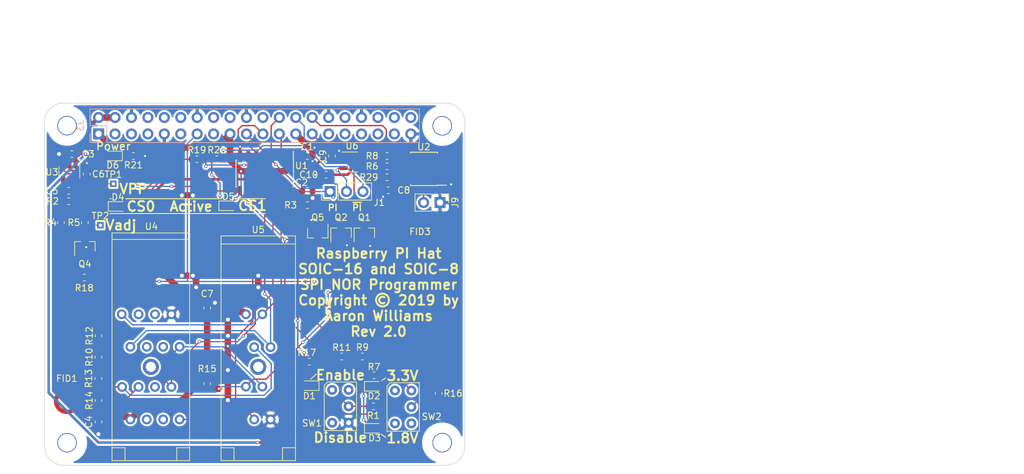
<source format=kicad_pcb>
(kicad_pcb (version 20171130) (host pcbnew 5.0.2-5.0.2)
  (title_block (title "Raspberry Pi SPI NOR Programmer Hat") (date 2019-01-26) (rev 2.1.0))
  (layers (0 F.Cu signal) (31 B.Cu signal) (34 B.Paste user) (35 F.Paste user) (36 B.SilkS user) (37 F.SilkS user) (38 B.Mask user) (39 F.Mask user) (44 Edge.Cuts user))
  (net 0 "")
  (net 1 GND)
  (net 2 /ID_SD_EEPROM)
  (net 3 /ID_SC_EEPROM)
  (net 4 "Net-(J9-Pad2)")
  (net 5 "Net-(J3-Pad3)")
  (net 6 "Net-(J3-Pad5)")
  (net 7 "Net-(J3-Pad7)")
  (net 8 "Net-(J3-Pad8)")
  (net 9 "Net-(J3-Pad10)")
  (net 10 "Net-(J3-Pad12)")
  (net 11 "Net-(J3-Pad16)")
  (net 12 "Net-(J3-Pad18)")
  (net 13 "Net-(J3-Pad22)")
  (net 14 "Net-(J3-Pad29)")
  (net 15 "Net-(J3-Pad31)")
  (net 16 "Net-(J3-Pad32)")
  (net 17 "Net-(J3-Pad33)")
  (net 18 "Net-(J3-Pad35)")
  (net 19 "Net-(J3-Pad36)")
  (net 20 "Net-(J3-Pad37)")
  (net 21 "Net-(J3-Pad38)")
  (net 22 "Net-(J3-Pad40)")
  (net 23 +3V3)
  (net 24 "Net-(Q4-Pad3)")
  (net 25 "Net-(R16-Pad1)")
  (net 26 "Net-(R14-Pad2)")
  (net 27 VPP)
  (net 28 "/SPI Flash Programmer/~OE")
  (net 29 "Net-(D1-Pad1)")
  (net 30 "Net-(R13-Pad2)")
  (net 31 "Net-(R12-Pad2)")
  (net 32 "/SPI Flash Programmer/FL_CS0")
  (net 33 OE)
  (net 34 +5V)
  (net 35 R_SCLK)
  (net 36 R_FL_CS0)
  (net 37 R_MOSI)
  (net 38 R_MISO)
  (net 39 "Net-(U1-Pad6)")
  (net 40 "Net-(U1-Pad9)")
  (net 41 "/SPI Flash Programmer/MISO")
  (net 42 "/SPI Flash Programmer/MOSI")
  (net 43 "/SPI Flash Programmer/SCLK")
  (net 44 /OE)
  (net 45 R_FL_CS1)
  (net 46 "Net-(SW1-Pad1)")
  (net 47 "Net-(U4-Pad14)")
  (net 48 "Net-(U4-Pad13)")
  (net 49 "Net-(U4-Pad12)")
  (net 50 "Net-(U4-Pad11)")
  (net 51 "Net-(U4-Pad6)")
  (net 52 "Net-(U4-Pad5)")
  (net 53 "Net-(U4-Pad4)")
  (net 54 "/SPI Flash Programmer/ADJ")
  (net 55 V1_8_SEL)
  (net 56 V3_3_SEL)
  (net 57 "Net-(SW2-Pad3)")
  (net 58 "Net-(Q1-Pad3)")
  (net 59 "Net-(D2-Pad1)")
  (net 60 "Net-(D3-Pad1)")
  (net 61 "Net-(Q2-Pad3)")
  (net 62 "/SPI Flash Programmer/FL_CS1")
  (net 63 "Net-(D5-Pad1)")
  (net 64 "Net-(D4-Pad1)")
  (net 65 "Net-(D6-Pad1)")
  (net 66 "Net-(J1-Pad2)")
  (module Pin_Headers:Pin_Header_Straight_1x03_Pitch2.54mm (layer F.Cu) (at 122.7 74.5 90)
    (fp_text reference J1 (at -1.7 7.6 180) (layer F.SilkS))
    (fp_text value Conn_01x03)
    (pad 1 thru_hole rect (at 0 0 90) (size 1.7 1.7) (drill 1) (layers *.Cu *.Mask) (net 36 R_FL_CS0))
    (pad 2 thru_hole oval (at 0 2.54 90) (size 1.7 1.7) (drill 1) (layers *.Cu *.Mask) (net 66 "Net-(J1-Pad2)"))
    (pad 3 thru_hole oval (at 0 5.08 90) (size 1.7 1.7) (drill 1) (layers *.Cu *.Mask) (net 45 R_FL_CS1))
  )
  (module LED_SMD:LED_0603_1608Metric (layer F.Cu) (at 89.1 69 180)
    (fp_text reference D6 (at 0 -1.43 180) (layer F.SilkS))
    (fp_text value LED)
    (pad 1 smd roundrect (at -0.7875 0 180) (size 0.875 0.95) (layers F.Cu F.Paste F.Mask) (net 65 "Net-(D6-Pad1)"))
    (pad 2 smd roundrect (at 0.7875 0 180) (size 0.875 0.95) (layers F.Cu F.Paste F.Mask) (net 34 +5V))
  )
  (module Resistor_SMD:R_0603_1608Metric (layer F.Cu) (at 92.2875 69)
    (fp_text reference R21 (at 0.0125 1.4) (layer F.SilkS))
    (fp_text value 330)
    (pad 1 smd roundrect (at -0.7875 0) (size 0.875 0.95) (layers F.Cu F.Paste F.Mask) (net 65 "Net-(D6-Pad1)"))
    (pad 2 smd roundrect (at 0.7875 0) (size 0.875 0.95) (layers F.Cu F.Paste F.Mask) (net 1 GND))
  )
  (module Package_SO:SOIC-8_3.9x4.9mm_P1.27mm (layer F.Cu) (at 137.225 71 180)
    (fp_text reference U2 (at 0.025 3.4 180) (layer F.SilkS))
    (fp_text value CAT24C32)
    (pad 8 smd rect (at 2.7 -1.905 180) (size 1.55 0.6) (layers F.Cu F.Paste F.Mask) (net 23 +3V3))
    (pad 7 smd rect (at 2.7 -0.635 180) (size 1.55 0.6) (layers F.Cu F.Paste F.Mask) (net 4 "Net-(J9-Pad2)"))
    (pad 6 smd rect (at 2.7 0.635 180) (size 1.55 0.6) (layers F.Cu F.Paste F.Mask) (net 2 /ID_SD_EEPROM))
    (pad 5 smd rect (at 2.7 1.905 180) (size 1.55 0.6) (layers F.Cu F.Paste F.Mask) (net 3 /ID_SC_EEPROM))
    (pad 4 smd rect (at -2.7 1.905 180) (size 1.55 0.6) (layers F.Cu F.Paste F.Mask) (net 1 GND))
    (pad 3 smd rect (at -2.7 0.635 180) (size 1.55 0.6) (layers F.Cu F.Paste F.Mask) (net 1 GND))
    (pad 2 smd rect (at -2.7 -0.635 180) (size 1.55 0.6) (layers F.Cu F.Paste F.Mask) (net 1 GND))
    (pad 1 smd rect (at -2.7 -1.905 180) (size 1.55 0.6) (layers F.Cu F.Paste F.Mask) (net 1 GND))
  )
  (module Resistor_SMD:R_0603_1608Metric (layer F.Cu) (at 131.525 70.6)
    (fp_text reference R6 (at -2.325 0) (layer F.SilkS))
    (fp_text value 3.9K)
    (pad 2 smd roundrect (at 0.7875 0) (size 0.875 0.95) (layers F.Cu F.Paste F.Mask) (net 2 /ID_SD_EEPROM))
    (pad 1 smd roundrect (at -0.7875 0) (size 0.875 0.95) (layers F.Cu F.Paste F.Mask) (net 23 +3V3))
  )
  (module Resistor_SMD:R_0603_1608Metric (layer F.Cu) (at 131.525 69)
    (fp_text reference R8 (at -2.325 0) (layer F.SilkS))
    (fp_text value 3.9K)
    (pad 2 smd roundrect (at 0.7875 0) (size 0.875 0.95) (layers F.Cu F.Paste F.Mask) (net 3 /ID_SC_EEPROM))
    (pad 1 smd roundrect (at -0.7875 0) (size 0.875 0.95) (layers F.Cu F.Paste F.Mask) (net 23 +3V3))
  )
  (module Resistor_SMD:R_0603_1608Metric (layer F.Cu) (at 131.525 72.3 180)
    (fp_text reference R29 (at 2.825 0 180) (layer F.SilkS))
    (fp_text value 10K)
    (pad 2 smd roundrect (at 0.7875 0 180) (size 0.875 0.95) (layers F.Cu F.Paste F.Mask) (net 23 +3V3))
    (pad 1 smd roundrect (at -0.7875 0 180) (size 0.875 0.95) (layers F.Cu F.Paste F.Mask) (net 4 "Net-(J9-Pad2)"))
  )
  (module LED_SMD:LED_0603_1608Metric (layer F.Cu) (at 107 76.7)
    (fp_text reference D5 (at 0 -1.43) (layer F.SilkS))
    (fp_text value LED)
    (pad 2 smd roundrect (at 0.7875 0) (size 0.875 0.95) (layers F.Cu F.Paste F.Mask) (net 23 +3V3))
    (pad 1 smd roundrect (at -0.7875 0) (size 0.875 0.95) (layers F.Cu F.Paste F.Mask) (net 63 "Net-(D5-Pad1)"))
  )
  (module LED_SMD:LED_0603_1608Metric (layer F.Cu) (at 89.9 76.8)
    (fp_text reference D4 (at 0 -1.43) (layer F.SilkS))
    (fp_text value LED)
    (pad 2 smd roundrect (at 0.7875 0) (size 0.875 0.95) (layers F.Cu F.Paste F.Mask) (net 23 +3V3))
    (pad 1 smd roundrect (at -0.7875 0) (size 0.875 0.95) (layers F.Cu F.Paste F.Mask) (net 64 "Net-(D4-Pad1)"))
  )
  (module Resistor_SMD:R_0603_1608Metric (layer F.Cu) (at 102.1 69.5)
    (fp_text reference R19 (at 0 -1.43) (layer F.SilkS))
    (fp_text value 330)
    (pad 2 smd roundrect (at 0.7875 0) (size 0.875 0.95) (layers F.Cu F.Paste F.Mask) (net 36 R_FL_CS0))
    (pad 1 smd roundrect (at -0.7875 0) (size 0.875 0.95) (layers F.Cu F.Paste F.Mask) (net 64 "Net-(D4-Pad1)"))
  )
  (module Resistor_SMD:R_0603_1608Metric (layer F.Cu) (at 105.2 69.5)
    (fp_text reference R20 (at 0 -1.43) (layer F.SilkS))
    (fp_text value 560)
    (pad 2 smd roundrect (at 0.7875 0) (size 0.875 0.95) (layers F.Cu F.Paste F.Mask) (net 45 R_FL_CS1))
    (pad 1 smd roundrect (at -0.7875 0) (size 0.875 0.95) (layers F.Cu F.Paste F.Mask) (net 63 "Net-(D5-Pad1)"))
  )
  (module Resistor_SMD:R_0603_1608Metric (layer F.Cu) (at 103.7 104.2 270)
    (fp_text reference R15 (at -2.3 0) (layer F.SilkS))
    (fp_text value 4.75K)
    (pad 2 smd roundrect (at 0.7875 0 270) (size 0.875 0.95) (layers F.Cu F.Paste F.Mask) (net 62 "/SPI Flash Programmer/FL_CS1"))
    (pad 1 smd roundrect (at -0.7875 0 270) (size 0.875 0.95) (layers F.Cu F.Paste F.Mask) (net 27 VPP))
  )
  (module Resistor_SMD:R_0603_1608Metric (layer F.Cu) (at 119.2 76.6)
    (fp_text reference R3 (at -2.6 0) (layer F.SilkS))
    (fp_text value 1K)
    (pad 2 smd roundrect (at 0.7875 0) (size 0.875 0.95) (layers F.Cu F.Paste F.Mask) (net 1 GND))
    (pad 1 smd roundrect (at -0.7875 0) (size 0.875 0.95) (layers F.Cu F.Paste F.Mask) (net 27 VPP))
  )
  (module Package_TO_SOT_SMD:TSOT-23-6 (layer F.Cu) (at 126.1 69.9)
    (fp_text reference U6 (at 0 -2.45) (layer F.SilkS))
    (fp_text value TXB0101DBV)
    (pad 6 smd rect (at 1.31 -0.95) (size 1.22 0.65) (layers F.Cu F.Paste F.Mask) (net 27 VPP))
    (pad 5 smd rect (at 1.31 0) (size 1.22 0.65) (layers F.Cu F.Paste F.Mask) (net 33 OE))
    (pad 4 smd rect (at 1.31 0.95) (size 1.22 0.65) (layers F.Cu F.Paste F.Mask) (net 62 "/SPI Flash Programmer/FL_CS1"))
    (pad 3 smd rect (at -1.31 0.95) (size 1.22 0.65) (layers F.Cu F.Paste F.Mask) (net 66 "Net-(J1-Pad2)"))
    (pad 2 smd rect (at -1.31 0) (size 1.22 0.65) (layers F.Cu F.Paste F.Mask) (net 1 GND))
    (pad 1 smd rect (at -1.31 -0.95) (size 1.22 0.65) (layers F.Cu F.Paste F.Mask) (net 23 +3V3))
  )
  (module Capacitor_SMD:C_0603_1608Metric (layer F.Cu) (at 123 69.0125 270)
    (fp_text reference C9 (at -0.0125 1.4 90) (layer F.SilkS))
    (fp_text value 0.1uF)
    (pad 2 smd roundrect (at 0.7875 0 270) (size 0.875 0.95) (layers F.Cu F.Paste F.Mask) (net 1 GND))
    (pad 1 smd roundrect (at -0.7875 0 270) (size 0.875 0.95) (layers F.Cu F.Paste F.Mask) (net 23 +3V3))
  )
  (module Capacitor_SMD:C_0603_1608Metric (layer F.Cu) (at 122.1 71.9 180)
    (fp_text reference C10 (at 2.7 0 180) (layer F.SilkS))
    (fp_text value 0.1uF)
    (pad 2 smd roundrect (at 0.7875 0 180) (size 0.875 0.95) (layers F.Cu F.Paste F.Mask) (net 1 GND))
    (pad 1 smd roundrect (at -0.7875 0 180) (size 0.875 0.95) (layers F.Cu F.Paste F.Mask) (net 27 VPP))
  )
  (module LED_SMD:LED_0603_1608Metric (layer F.Cu) (at 129.5 111.1)
    (fp_text reference D3 (at 0.1 1.5) (layer F.SilkS))
    (fp_text value LED)
    (pad 2 smd roundrect (at 0.7875 0) (size 0.875 0.95) (layers F.Cu F.Paste F.Mask) (net 34 +5V))
    (pad 1 smd roundrect (at -0.7875 0) (size 0.875 0.95) (layers F.Cu F.Paste F.Mask) (net 60 "Net-(D3-Pad1)"))
  )
  (module Resistor_SMD:R_0603_1608Metric (layer F.Cu) (at 124.5 100)
    (fp_text reference R11 (at 0 -1.4) (layer F.SilkS))
    (fp_text value 560)
    (pad 2 smd roundrect (at 0.7875 0) (size 0.875 0.95) (layers F.Cu F.Paste F.Mask) (net 61 "Net-(Q2-Pad3)"))
    (pad 1 smd roundrect (at -0.7875 0) (size 0.875 0.95) (layers F.Cu F.Paste F.Mask) (net 60 "Net-(D3-Pad1)"))
  )
  (module LED_SMD:LED_0603_1608Metric (layer F.Cu) (at 129.5 104.6)
    (fp_text reference D2 (at 0 1.5) (layer F.SilkS))
    (fp_text value LED)
    (pad 2 smd roundrect (at 0.7875 0) (size 0.875 0.95) (layers F.Cu F.Paste F.Mask) (net 34 +5V))
    (pad 1 smd roundrect (at -0.7875 0) (size 0.875 0.95) (layers F.Cu F.Paste F.Mask) (net 59 "Net-(D2-Pad1)"))
  )
  (module Package_TO_SOT_SMD:SOT-23 (layer F.Cu) (at 124.4 80.9 90)
    (fp_text reference Q2 (at 2.4 0 180) (layer F.SilkS))
    (fp_text value BSS138)
    (pad 3 smd rect (at 1 0 90) (size 0.9 0.8) (layers F.Cu F.Paste F.Mask) (net 61 "Net-(Q2-Pad3)"))
    (pad 2 smd rect (at -1 0.95 90) (size 0.9 0.8) (layers F.Cu F.Paste F.Mask) (net 1 GND))
    (pad 1 smd rect (at -1 -0.95 90) (size 0.9 0.8) (layers F.Cu F.Paste F.Mask) (net 58 "Net-(Q1-Pad3)"))
  )
  (module Package_TO_SOT_SMD:SOT-23 (layer F.Cu) (at 128 80.9 90)
    (fp_text reference Q1 (at 2.4 0 180) (layer F.SilkS))
    (fp_text value BSS138)
    (pad 3 smd rect (at 1 0 90) (size 0.9 0.8) (layers F.Cu F.Paste F.Mask) (net 58 "Net-(Q1-Pad3)"))
    (pad 2 smd rect (at -1 0.95 90) (size 0.9 0.8) (layers F.Cu F.Paste F.Mask) (net 1 GND))
    (pad 1 smd rect (at -1 -0.95 90) (size 0.9 0.8) (layers F.Cu F.Paste F.Mask) (net 56 V3_3_SEL))
  )
  (module Resistor_SMD:R_0603_1608Metric (layer F.Cu) (at 129.5 102.9 180)
    (fp_text reference R7 (at 0 1.3 180) (layer F.SilkS))
    (fp_text value 100K)
    (pad 2 smd roundrect (at 0.7875 0 180) (size 0.875 0.95) (layers F.Cu F.Paste F.Mask) (net 58 "Net-(Q1-Pad3)"))
    (pad 1 smd roundrect (at -0.7875 0 180) (size 0.875 0.95) (layers F.Cu F.Paste F.Mask) (net 34 +5V))
  )
  (module Resistor_SMD:R_0603_1608Metric (layer F.Cu) (at 127.7 100)
    (fp_text reference R9 (at 0 -1.43) (layer F.SilkS))
    (fp_text value 560)
    (pad 2 smd roundrect (at 0.7875 0) (size 0.875 0.95) (layers F.Cu F.Paste F.Mask) (net 58 "Net-(Q1-Pad3)"))
    (pad 1 smd roundrect (at -0.7875 0) (size 0.875 0.95) (layers F.Cu F.Paste F.Mask) (net 59 "Net-(D2-Pad1)"))
  )
  (module TestPoint:TestPoint_THTPad_1.0x1.0mm_Drill0.5mm (layer F.Cu) (at 87.2 79.7)
    (fp_text reference TP2 (at 0 -1.448) (layer F.SilkS))
    (fp_text value TestPoint)
    (pad 1 thru_hole rect (at 0 0) (size 1 1) (drill 0.5) (layers *.Cu *.Mask) (net 54 "/SPI Flash Programmer/ADJ"))
  )
  (module TestPoint:TestPoint_THTPad_1.0x1.0mm_Drill0.5mm (layer F.Cu) (at 89.2 73.3)
    (fp_text reference TP1 (at 0 -1.448) (layer F.SilkS))
    (fp_text value TestPoint)
    (pad 1 thru_hole rect (at 0 0) (size 1 1) (drill 0.5) (layers *.Cu *.Mask) (net 27 VPP))
  )
  (module Capacitor_SMD:C_0603_1608Metric (layer F.Cu) (at 131.7 74.3 180)
    (fp_text reference C8 (at -2.4 0 180) (layer F.SilkS))
    (fp_text value 0.1uF)
    (pad 2 smd roundrect (at 0.7875 0 180) (size 0.875 0.95) (layers F.Cu F.Paste F.Mask) (net 1 GND))
    (pad 1 smd roundrect (at -0.7875 0 180) (size 0.875 0.95) (layers F.Cu F.Paste F.Mask) (net 23 +3V3))
  )
  (module Aaron:208-7391-55-1902 (layer F.Cu) (at 111.6 101.6 270)
    (fp_text reference U5 (at -21.2 0) (layer F.SilkS))
    (fp_text value AT25SF081-SSHD-X)
    (pad 0 thru_hole circle (at 0 0 270) (size 2.5 2.5) (drill 1.57) (layers *.Cu *.Mask))
    (pad 8 thru_hole circle (at -8.13 1.905 270) (size 1.5 1.5) (drill 0.89) (layers *.Cu *.Mask) (net 27 VPP))
    (pad 6 thru_hole circle (at -8.13 -0.635 270) (size 1.5 1.5) (drill 0.89) (layers *.Cu *.Mask) (net 43 "/SPI Flash Programmer/SCLK"))
    (pad 7 thru_hole circle (at -3.05 0.635 270) (size 1.5 1.5) (drill 0.89) (layers *.Cu *.Mask) (net 30 "Net-(R13-Pad2)"))
    (pad 5 thru_hole circle (at -3.05 -1.905 270) (size 1.5 1.5) (drill 0.89) (layers *.Cu *.Mask) (net 42 "/SPI Flash Programmer/MOSI"))
    (pad 4 thru_hole circle (at 8.13 -1.905 270) (size 1.5 1.5) (drill 0.89) (layers *.Cu *.Mask) (net 1 GND))
    (pad 3 thru_hole circle (at 3.05 -0.635 270) (size 1.5 1.5) (drill 0.89) (layers *.Cu *.Mask) (net 31 "Net-(R12-Pad2)"))
    (pad 2 thru_hole circle (at 8.13 0.635 270) (size 1.5 1.5) (drill 0.89) (layers *.Cu *.Mask) (net 41 "/SPI Flash Programmer/MISO"))
    (pad 1 thru_hole circle (at 3.05 1.905 270) (size 1.5 1.5) (drill 0.89) (layers *.Cu *.Mask) (net 62 "/SPI Flash Programmer/FL_CS1"))
  )
  (module Aaron:216-7224-55-1902 (layer F.Cu) (at 95 101.6 270)
    (fp_text reference U4 (at -21.7 -0.1) (layer F.SilkS))
    (fp_text value MX25L25735)
    (pad 0 thru_hole circle (at 0 0 270) (size 2.5 2.5) (drill 1.57) (layers *.Cu *.Mask))
    (pad 1 thru_hole circle (at 3.1 4.445 270) (size 1.5 1.5) (drill 0.89) (layers *.Cu *.Mask) (net 30 "Net-(R13-Pad2)"))
    (pad 2 thru_hole circle (at 8.13 3.175 270) (size 1.5 1.5) (drill 0.89) (layers *.Cu *.Mask) (net 27 VPP))
    (pad 3 thru_hole circle (at 3.1 1.905 270) (size 1.5 1.5) (drill 0.89) (layers *.Cu *.Mask) (net 26 "Net-(R14-Pad2)"))
    (pad 4 thru_hole circle (at 8.13 0.635 270) (size 1.5 1.5) (drill 0.89) (layers *.Cu *.Mask) (net 53 "Net-(U4-Pad4)"))
    (pad 5 thru_hole circle (at 3.1 -0.635 270) (size 1.5 1.5) (drill 0.89) (layers *.Cu *.Mask) (net 52 "Net-(U4-Pad5)"))
    (pad 6 thru_hole circle (at 8.13 -1.905 270) (size 1.5 1.5) (drill 0.89) (layers *.Cu *.Mask) (net 51 "Net-(U4-Pad6)"))
    (pad 7 thru_hole circle (at 3.1 -3.175 270) (size 1.5 1.5) (drill 0.89) (layers *.Cu *.Mask) (net 32 "/SPI Flash Programmer/FL_CS0"))
    (pad 8 thru_hole circle (at 8.13 -4.445 270) (size 1.5 1.5) (drill 0.89) (layers *.Cu *.Mask) (net 41 "/SPI Flash Programmer/MISO"))
    (pad 9 thru_hole circle (at -3.1 -4.445 270) (size 1.5 1.5) (drill 0.89) (layers *.Cu *.Mask) (net 31 "Net-(R12-Pad2)"))
    (pad 10 thru_hole circle (at -8.13 -3.175 270) (size 1.5 1.5) (drill 0.89) (layers *.Cu *.Mask) (net 1 GND))
    (pad 11 thru_hole circle (at -3.1 -1.905 270) (size 1.5 1.5) (drill 0.89) (layers *.Cu *.Mask) (net 50 "Net-(U4-Pad11)"))
    (pad 12 thru_hole circle (at -8.13 -0.635 270) (size 1.5 1.5) (drill 0.89) (layers *.Cu *.Mask) (net 49 "Net-(U4-Pad12)"))
    (pad 13 thru_hole circle (at -3.1 0.635 270) (size 1.5 1.5) (drill 0.89) (layers *.Cu *.Mask) (net 48 "Net-(U4-Pad13)"))
    (pad 14 thru_hole circle (at -8.13 1.905 270) (size 1.5 1.5) (drill 0.89) (layers *.Cu *.Mask) (net 47 "Net-(U4-Pad14)"))
    (pad 15 thru_hole circle (at -3.1 3.175 270) (size 1.5 1.5) (drill 0.89) (layers *.Cu *.Mask) (net 42 "/SPI Flash Programmer/MOSI"))
    (pad 16 thru_hole circle (at -8.13 4.5 270) (size 1.5 1.5) (drill 0.89) (layers *.Cu *.Mask) (net 43 "/SPI Flash Programmer/SCLK"))
  )
  (module Aaron:SW_STDP_CF-LD-1DC (layer F.Cu) (at 134 107.8)
    (fp_text reference SW2 (at 4.4 1.5) (layer F.SilkS))
    (fp_text value SW_SPDT)
    (pad 0 thru_hole circle (at -1.27 -2.54) (size 1.524 1.524) (drill 0.762) (layers *.Cu *.Mask))
    (pad 0 thru_hole circle (at -1.27 2.54) (size 1.524 1.524) (drill 0.762) (layers *.Cu *.Mask))
    (pad 3 thru_hole circle (at 1.27 2.54) (size 1.524 1.524) (drill 0.762) (layers *.Cu *.Mask) (net 57 "Net-(SW2-Pad3)"))
    (pad 2 thru_hole circle (at 1.27 0) (size 1.524 1.524) (drill 0.762) (layers *.Cu *.Mask) (net 25 "Net-(R16-Pad1)"))
    (pad 1 thru_hole circle (at 1.27 -2.54) (size 1.524 1.524) (drill 0.762) (layers *.Cu *.Mask) (net 56 V3_3_SEL))
  )
  (module Aaron:SW_STDP_CF-LD-1DC (layer F.Cu) (at 124.3 107.7)
    (fp_text reference SW1 (at -4.4 2.6) (layer F.SilkS))
    (fp_text value SW_SPDT)
    (pad 0 thru_hole circle (at -1.27 -2.54) (size 1.524 1.524) (drill 0.762) (layers *.Cu *.Mask))
    (pad 0 thru_hole circle (at -1.27 2.54) (size 1.524 1.524) (drill 0.762) (layers *.Cu *.Mask))
    (pad 3 thru_hole circle (at 1.27 2.54) (size 1.524 1.524) (drill 0.762) (layers *.Cu *.Mask) (net 1 GND))
    (pad 2 thru_hole circle (at 1.27 0) (size 1.524 1.524) (drill 0.762) (layers *.Cu *.Mask) (net 33 OE))
    (pad 1 thru_hole circle (at 1.27 -2.54) (size 1.524 1.524) (drill 0.762) (layers *.Cu *.Mask) (net 46 "Net-(SW1-Pad1)"))
  )
  (module Capacitor_SMD:C_0603_1608Metric (layer F.Cu) (at 119.2 74.4)
    (fp_text reference C2 (at -0.9 -1.3) (layer F.SilkS))
    (fp_text value 0.1uF)
    (pad 2 smd roundrect (at 0.7875 0) (size 0.875 0.95) (layers F.Cu F.Paste F.Mask) (net 1 GND))
    (pad 1 smd roundrect (at -0.7875 0) (size 0.875 0.95) (layers F.Cu F.Paste F.Mask) (net 27 VPP))
  )
  (module Capacitor_SMD:C_0603_1608Metric (layer F.Cu) (at 85.1 71.8 90)
    (fp_text reference C6 (at 0 1.8 180) (layer F.SilkS))
    (fp_text value 4.7uF)
    (pad 2 smd roundrect (at 0.7875 0 90) (size 0.875 0.95) (layers F.Cu F.Paste F.Mask) (net 1 GND))
    (pad 1 smd roundrect (at -0.7875 0 90) (size 0.875 0.95) (layers F.Cu F.Paste F.Mask) (net 27 VPP))
  )
  (module Capacitor_SMD:C_0603_1608Metric (layer F.Cu) (at 82.3 74.4 180)
    (fp_text reference C5 (at 2.6 0 180) (layer F.SilkS))
    (fp_text value 1000pF)
    (pad 2 smd roundrect (at 0.7875 0 180) (size 0.875 0.95) (layers F.Cu F.Paste F.Mask) (net 54 "/SPI Flash Programmer/ADJ"))
    (pad 1 smd roundrect (at -0.7875 0 180) (size 0.875 0.95) (layers F.Cu F.Paste F.Mask) (net 27 VPP))
  )
  (module Capacitor_SMD:C_0603_1608Metric (layer F.Cu) (at 86.9 110.1 270)
    (fp_text reference C4 (at 0 1.5 270) (layer F.SilkS))
    (fp_text value 0.1uF)
    (pad 2 smd roundrect (at 0.7875 0 270) (size 0.875 0.95) (layers F.Cu F.Paste F.Mask) (net 1 GND))
    (pad 1 smd roundrect (at -0.7875 0 270) (size 0.875 0.95) (layers F.Cu F.Paste F.Mask) (net 27 VPP))
  )
  (module Capacitor_SMD:C_0603_1608Metric (layer F.Cu) (at 82.7875 68.7 180)
    (fp_text reference C3 (at -2.5125 0 180) (layer F.SilkS))
    (fp_text value 4.7uF)
    (pad 2 smd roundrect (at 0.7875 0 180) (size 0.875 0.95) (layers F.Cu F.Paste F.Mask) (net 1 GND))
    (pad 1 smd roundrect (at -0.7875 0 180) (size 0.875 0.95) (layers F.Cu F.Paste F.Mask) (net 34 +5V))
  )
  (module Capacitor_SMD:C_0603_1608Metric (layer F.Cu) (at 119.1875 69)
    (fp_text reference C1 (at 0 -1.43) (layer F.SilkS))
    (fp_text value 0.1uF)
    (pad 2 smd roundrect (at 0.7875 0) (size 0.875 0.95) (layers F.Cu F.Paste F.Mask) (net 1 GND))
    (pad 1 smd roundrect (at -0.7875 0) (size 0.875 0.95) (layers F.Cu F.Paste F.Mask) (net 23 +3V3))
  )
  (module Capacitor_SMD:C_0603_1608Metric (layer F.Cu) (at 103.7 92.5 90)
    (fp_text reference C7 (at 2.2 0 180) (layer F.SilkS))
    (fp_text value 0.1uF)
    (pad 2 smd roundrect (at 0.7875 0 90) (size 0.875 0.95) (layers F.Cu F.Paste F.Mask) (net 1 GND))
    (pad 1 smd roundrect (at -0.7875 0 90) (size 0.875 0.95) (layers F.Cu F.Paste F.Mask) (net 27 VPP))
  )
  (module Fiducial:Fiducial_Modern_CopperTop (layer F.Cu) (at 82 106.9)
    (fp_text reference FID1 (at 0 -3.5) (layer F.SilkS))
    (fp_text value FIDUCIAL_1MM)
    (fp_circle (center 0 0) (end 1.665 0) (layer F.Cu) (width 0.65))
  )
  (module Fiducial:Fiducial_Modern_CopperTop (layer F.Cu) (at 140.7 80.7)
    (fp_text reference FID3 (at -4.1 0) (layer F.SilkS))
    (fp_text value FIDUCIAL_1MM)
    (fp_circle (center 0 0) (end 1.665 0) (layer F.Cu) (width 0.65))
  )
  (module LED_SMD:LED_0603_1608Metric (layer F.Cu) (at 119.5 104.5 180)
    (fp_text reference D1 (at 0 -1.6 180) (layer F.SilkS))
    (fp_text value LED)
    (pad 2 smd roundrect (at 0.7875 0 180) (size 0.875 0.95) (layers F.Cu F.Paste F.Mask) (net 34 +5V))
    (pad 1 smd roundrect (at -0.7875 0 180) (size 0.875 0.95) (layers F.Cu F.Paste F.Mask) (net 29 "Net-(D1-Pad1)"))
  )
  (module Package_SO:SOIC-14_3.9x8.7mm_P1.27mm (layer F.Cu) (at 112.6 71.7 270)
    (fp_text reference U1 (at -1.2 -5.7) (layer F.SilkS))
    (fp_text value TXB0104D)
    (pad 14 smd rect (at 2.7 -3.81 270) (size 1.5 0.6) (layers F.Cu F.Paste F.Mask) (net 27 VPP))
    (pad 13 smd rect (at 2.7 -2.54 270) (size 1.5 0.6) (layers F.Cu F.Paste F.Mask) (net 43 "/SPI Flash Programmer/SCLK"))
    (pad 12 smd rect (at 2.7 -1.27 270) (size 1.5 0.6) (layers F.Cu F.Paste F.Mask) (net 32 "/SPI Flash Programmer/FL_CS0"))
    (pad 11 smd rect (at 2.7 0 270) (size 1.5 0.6) (layers F.Cu F.Paste F.Mask) (net 42 "/SPI Flash Programmer/MOSI"))
    (pad 10 smd rect (at 2.7 1.27 270) (size 1.5 0.6) (layers F.Cu F.Paste F.Mask) (net 41 "/SPI Flash Programmer/MISO"))
    (pad 9 smd rect (at 2.7 2.54 270) (size 1.5 0.6) (layers F.Cu F.Paste F.Mask) (net 40 "Net-(U1-Pad9)"))
    (pad 8 smd rect (at 2.7 3.81 270) (size 1.5 0.6) (layers F.Cu F.Paste F.Mask) (net 33 OE))
    (pad 7 smd rect (at -2.7 3.81 270) (size 1.5 0.6) (layers F.Cu F.Paste F.Mask) (net 1 GND))
    (pad 6 smd rect (at -2.7 2.54 270) (size 1.5 0.6) (layers F.Cu F.Paste F.Mask) (net 39 "Net-(U1-Pad6)"))
    (pad 5 smd rect (at -2.7 1.27 270) (size 1.5 0.6) (layers F.Cu F.Paste F.Mask) (net 38 R_MISO))
    (pad 4 smd rect (at -2.7 0 270) (size 1.5 0.6) (layers F.Cu F.Paste F.Mask) (net 37 R_MOSI))
    (pad 3 smd rect (at -2.7 -1.27 270) (size 1.5 0.6) (layers F.Cu F.Paste F.Mask) (net 36 R_FL_CS0))
    (pad 2 smd rect (at -2.7 -2.54 270) (size 1.5 0.6) (layers F.Cu F.Paste F.Mask) (net 35 R_SCLK))
    (pad 1 smd rect (at -2.7 -3.81 270) (size 1.5 0.6) (layers F.Cu F.Paste F.Mask) (net 23 +3V3))
  )
  (module Package_TO_SOT_SMD:SOT-23 (layer F.Cu) (at 84.8 83 90)
    (fp_text reference Q4 (at -2.7 0 180) (layer F.SilkS))
    (fp_text value BSS138)
    (pad 3 smd rect (at 1 0 90) (size 0.9 0.8) (layers F.Cu F.Paste F.Mask) (net 24 "Net-(Q4-Pad3)"))
    (pad 2 smd rect (at -1 0.95 90) (size 0.9 0.8) (layers F.Cu F.Paste F.Mask) (net 1 GND))
    (pad 1 smd rect (at -1 -0.95 90) (size 0.9 0.8) (layers F.Cu F.Paste F.Mask) (net 56 V3_3_SEL))
  )
  (module Package_TO_SOT_SMD:SOT-23 (layer F.Cu) (at 120.8 80.9 270)
    (fp_text reference Q5 (at -2.4 0) (layer F.SilkS))
    (fp_text value BSS138)
    (pad 3 smd rect (at 1 0 270) (size 0.9 0.8) (layers F.Cu F.Paste F.Mask) (net 28 "/SPI Flash Programmer/~OE"))
    (pad 2 smd rect (at -1 0.95 270) (size 0.9 0.8) (layers F.Cu F.Paste F.Mask) (net 1 GND))
    (pad 1 smd rect (at -1 -0.95 270) (size 0.9 0.8) (layers F.Cu F.Paste F.Mask) (net 33 OE))
  )
  (module Package_TO_SOT_SMD:SOT-23-5 (layer F.Cu) (at 82.4 71.5 270)
    (fp_text reference U3 (at 0 2.7) (layer F.SilkS))
    (fp_text value AP2127K-ADJ)
    (pad 5 smd rect (at 1.1 -0.95 270) (size 1.06 0.65) (layers F.Cu F.Paste F.Mask) (net 27 VPP))
    (pad 4 smd rect (at 1.1 0.95 270) (size 1.06 0.65) (layers F.Cu F.Paste F.Mask) (net 54 "/SPI Flash Programmer/ADJ"))
    (pad 3 smd rect (at -1.1 0.95 270) (size 1.06 0.65) (layers F.Cu F.Paste F.Mask) (net 33 OE))
    (pad 2 smd rect (at -1.1 0 270) (size 1.06 0.65) (layers F.Cu F.Paste F.Mask) (net 1 GND))
    (pad 1 smd rect (at -1.1 -0.95 270) (size 1.06 0.65) (layers F.Cu F.Paste F.Mask) (net 34 +5V))
  )
  (module Resistor_SMD:R_0603_1608Metric (layer F.Cu) (at 129.4 107.7 180)
    (fp_text reference R1 (at 0 -1.43 180) (layer F.SilkS))
    (fp_text value 4.75K)
    (pad 2 smd roundrect (at 0.7875 0 180) (size 0.875 0.95) (layers F.Cu F.Paste F.Mask) (net 33 OE))
    (pad 1 smd roundrect (at -0.7875 0 180) (size 0.875 0.95) (layers F.Cu F.Paste F.Mask) (net 23 +3V3))
  )
  (module Resistor_SMD:R_0603_1608Metric (layer F.Cu) (at 82.3 76 180)
    (fp_text reference R2 (at 2.5 0 180) (layer F.SilkS))
    (fp_text value 25K)
    (pad 2 smd roundrect (at 0.7875 0 180) (size 0.875 0.95) (layers F.Cu F.Paste F.Mask) (net 54 "/SPI Flash Programmer/ADJ"))
    (pad 1 smd roundrect (at -0.7875 0 180) (size 0.875 0.95) (layers F.Cu F.Paste F.Mask) (net 27 VPP))
  )
  (module Resistor_SMD:R_0603_1608Metric (layer F.Cu) (at 81.1 79.3 270)
    (fp_text reference R4 (at 0 1.6) (layer F.SilkS))
    (fp_text value 20K)
    (pad 2 smd roundrect (at 0.7875 0 270) (size 0.875 0.95) (layers F.Cu F.Paste F.Mask) (net 1 GND))
    (pad 1 smd roundrect (at -0.7875 0 270) (size 0.875 0.95) (layers F.Cu F.Paste F.Mask) (net 54 "/SPI Flash Programmer/ADJ"))
  )
  (module Resistor_SMD:R_0603_1608Metric (layer F.Cu) (at 86.9 100.1 90)
    (fp_text reference R10 (at 0 -1.43 90) (layer F.SilkS))
    (fp_text value 4.75K)
    (pad 2 smd roundrect (at 0.7875 0 90) (size 0.875 0.95) (layers F.Cu F.Paste F.Mask) (net 32 "/SPI Flash Programmer/FL_CS0"))
    (pad 1 smd roundrect (at -0.7875 0 90) (size 0.875 0.95) (layers F.Cu F.Paste F.Mask) (net 27 VPP))
  )
  (module Resistor_SMD:R_0603_1608Metric (layer F.Cu) (at 86.9 96.8 270)
    (fp_text reference R12 (at 0 1.4 270) (layer F.SilkS))
    (fp_text value 4.75K)
    (pad 2 smd roundrect (at 0.7875 0 270) (size 0.875 0.95) (layers F.Cu F.Paste F.Mask) (net 31 "Net-(R12-Pad2)"))
    (pad 1 smd roundrect (at -0.7875 0 270) (size 0.875 0.95) (layers F.Cu F.Paste F.Mask) (net 27 VPP))
  )
  (module Resistor_SMD:R_0603_1608Metric (layer F.Cu) (at 86.9 103.4 270)
    (fp_text reference R13 (at 0 1.5 270) (layer F.SilkS))
    (fp_text value 4.75K)
    (pad 2 smd roundrect (at 0.7875 0 270) (size 0.875 0.95) (layers F.Cu F.Paste F.Mask) (net 30 "Net-(R13-Pad2)"))
    (pad 1 smd roundrect (at -0.7875 0 270) (size 0.875 0.95) (layers F.Cu F.Paste F.Mask) (net 27 VPP))
  )
  (module Resistor_SMD:R_0603_1608Metric (layer F.Cu) (at 119.5 100.8 180)
    (fp_text reference R17 (at 0.4 1.4) (layer F.SilkS))
    (fp_text value 560)
    (pad 2 smd roundrect (at 0.7875 0 180) (size 0.875 0.95) (layers F.Cu F.Paste F.Mask) (net 28 "/SPI Flash Programmer/~OE"))
    (pad 1 smd roundrect (at -0.7875 0 180) (size 0.875 0.95) (layers F.Cu F.Paste F.Mask) (net 29 "Net-(D1-Pad1)"))
  )
  (module Resistor_SMD:R_0603_1608Metric (layer F.Cu) (at 84.7125 87.8)
    (fp_text reference R18 (at -0.0125 1.6) (layer F.SilkS))
    (fp_text value 1M)
    (pad 2 smd roundrect (at 0.7875 0) (size 0.875 0.95) (layers F.Cu F.Paste F.Mask) (net 1 GND))
    (pad 1 smd roundrect (at -0.7875 0) (size 0.875 0.95) (layers F.Cu F.Paste F.Mask) (net 56 V3_3_SEL))
  )
  (module Resistor_SMD:R_0603_1608Metric (layer F.Cu) (at 86.9 106.8 90)
    (fp_text reference R14 (at 0 -1.43 90) (layer F.SilkS))
    (fp_text value 4.75K)
    (pad 2 smd roundrect (at 0.7875 0 90) (size 0.875 0.95) (layers F.Cu F.Paste F.Mask) (net 26 "Net-(R14-Pad2)"))
    (pad 1 smd roundrect (at -0.7875 0 90) (size 0.875 0.95) (layers F.Cu F.Paste F.Mask) (net 27 VPP))
  )
  (module Resistor_SMD:R_0603_1608Metric (layer F.Cu) (at 139.5 105.7 90)
    (fp_text reference R16 (at 0 2.2 180) (layer F.SilkS))
    (fp_text value 10K)
    (pad 2 smd roundrect (at 0.7875 0 90) (size 0.875 0.95) (layers F.Cu F.Paste F.Mask) (net 23 +3V3))
    (pad 1 smd roundrect (at -0.7875 0 90) (size 0.875 0.95) (layers F.Cu F.Paste F.Mask) (net 25 "Net-(R16-Pad1)"))
  )
  (module Resistor_SMD:R_0603_1608Metric (layer F.Cu) (at 84.8 79.3 270)
    (fp_text reference R5 (at 0 1.7) (layer F.SilkS))
    (fp_text value 13.3K)
    (pad 2 smd roundrect (at 0.7875 0 270) (size 0.875 0.95) (layers F.Cu F.Paste F.Mask) (net 24 "Net-(Q4-Pad3)"))
    (pad 1 smd roundrect (at -0.7875 0 270) (size 0.875 0.95) (layers F.Cu F.Paste F.Mask) (net 54 "/SPI Flash Programmer/ADJ"))
  )
  (module Connector_PinHeader_2.54mm:PinHeader_1x02_P2.54mm_Vertical (layer F.Cu) (at 139.7 76.2 270)
    (fp_text reference J9 (at 0 -2.33 270) (layer F.SilkS))
    (fp_text value CONN_01X02)
    (pad 2 thru_hole oval (at 0 2.54 270) (size 1.7 1.7) (drill 1) (layers *.Cu *.Mask) (net 4 "Net-(J9-Pad2)"))
    (pad 1 thru_hole rect (at 0 0 270) (size 1.7 1.7) (drill 1) (layers *.Cu *.Mask) (net 1 GND))
  )
  (module Connector_PinSocket_2.54mm:PinSocket_2x20_P2.54mm_Vertical (layer B.Cu) (at 86.92 65.59 270)
    (fp_text reference J3 (at -1.27 2.77 270) (layer B.SilkS) (effects (justify mirror)))
    (fp_text value 40HAT)
    (pad 40 thru_hole oval (at -2.54 -48.26 270) (size 1.7 1.7) (drill 1) (layers *.Cu *.Mask) (net 22 "Net-(J3-Pad40)"))
    (pad 39 thru_hole oval (at 0 -48.26 270) (size 1.7 1.7) (drill 1) (layers *.Cu *.Mask) (net 1 GND))
    (pad 38 thru_hole oval (at -2.54 -45.72 270) (size 1.7 1.7) (drill 1) (layers *.Cu *.Mask) (net 21 "Net-(J3-Pad38)"))
    (pad 37 thru_hole oval (at 0 -45.72 270) (size 1.7 1.7) (drill 1) (layers *.Cu *.Mask) (net 20 "Net-(J3-Pad37)"))
    (pad 36 thru_hole oval (at -2.54 -43.18 270) (size 1.7 1.7) (drill 1) (layers *.Cu *.Mask) (net 19 "Net-(J3-Pad36)"))
    (pad 35 thru_hole oval (at 0 -43.18 270) (size 1.7 1.7) (drill 1) (layers *.Cu *.Mask) (net 18 "Net-(J3-Pad35)"))
    (pad 34 thru_hole oval (at -2.54 -40.64 270) (size 1.7 1.7) (drill 1) (layers *.Cu *.Mask) (net 1 GND))
    (pad 33 thru_hole oval (at 0 -40.64 270) (size 1.7 1.7) (drill 1) (layers *.Cu *.Mask) (net 17 "Net-(J3-Pad33)"))
    (pad 32 thru_hole oval (at -2.54 -38.1 270) (size 1.7 1.7) (drill 1) (layers *.Cu *.Mask) (net 16 "Net-(J3-Pad32)"))
    (pad 31 thru_hole oval (at 0 -38.1 270) (size 1.7 1.7) (drill 1) (layers *.Cu *.Mask) (net 15 "Net-(J3-Pad31)"))
    (pad 30 thru_hole oval (at -2.54 -35.56 270) (size 1.7 1.7) (drill 1) (layers *.Cu *.Mask) (net 1 GND))
    (pad 29 thru_hole oval (at 0 -35.56 270) (size 1.7 1.7) (drill 1) (layers *.Cu *.Mask) (net 14 "Net-(J3-Pad29)"))
    (pad 28 thru_hole oval (at -2.54 -33.02 270) (size 1.7 1.7) (drill 1) (layers *.Cu *.Mask) (net 3 /ID_SC_EEPROM))
    (pad 27 thru_hole oval (at 0 -33.02 270) (size 1.7 1.7) (drill 1) (layers *.Cu *.Mask) (net 2 /ID_SD_EEPROM))
    (pad 26 thru_hole oval (at -2.54 -30.48 270) (size 1.7 1.7) (drill 1) (layers *.Cu *.Mask) (net 45 R_FL_CS1))
    (pad 25 thru_hole oval (at 0 -30.48 270) (size 1.7 1.7) (drill 1) (layers *.Cu *.Mask) (net 1 GND))
    (pad 24 thru_hole oval (at -2.54 -27.94 270) (size 1.7 1.7) (drill 1) (layers *.Cu *.Mask) (net 36 R_FL_CS0))
    (pad 23 thru_hole oval (at 0 -27.94 270) (size 1.7 1.7) (drill 1) (layers *.Cu *.Mask) (net 35 R_SCLK))
    (pad 22 thru_hole oval (at -2.54 -25.4 270) (size 1.7 1.7) (drill 1) (layers *.Cu *.Mask) (net 13 "Net-(J3-Pad22)"))
    (pad 21 thru_hole oval (at 0 -25.4 270) (size 1.7 1.7) (drill 1) (layers *.Cu *.Mask) (net 38 R_MISO))
    (pad 20 thru_hole oval (at -2.54 -22.86 270) (size 1.7 1.7) (drill 1) (layers *.Cu *.Mask) (net 1 GND))
    (pad 19 thru_hole oval (at 0 -22.86 270) (size 1.7 1.7) (drill 1) (layers *.Cu *.Mask) (net 37 R_MOSI))
    (pad 18 thru_hole oval (at -2.54 -20.32 270) (size 1.7 1.7) (drill 1) (layers *.Cu *.Mask) (net 12 "Net-(J3-Pad18)"))
    (pad 17 thru_hole oval (at 0 -20.32 270) (size 1.7 1.7) (drill 1) (layers *.Cu *.Mask) (net 23 +3V3))
    (pad 16 thru_hole oval (at -2.54 -17.78 270) (size 1.7 1.7) (drill 1) (layers *.Cu *.Mask) (net 11 "Net-(J3-Pad16)"))
    (pad 15 thru_hole oval (at 0 -17.78 270) (size 1.7 1.7) (drill 1) (layers *.Cu *.Mask) (net 44 /OE))
    (pad 14 thru_hole oval (at -2.54 -15.24 270) (size 1.7 1.7) (drill 1) (layers *.Cu *.Mask) (net 1 GND))
    (pad 13 thru_hole oval (at 0 -15.24 270) (size 1.7 1.7) (drill 1) (layers *.Cu *.Mask) (net 56 V3_3_SEL))
    (pad 12 thru_hole oval (at -2.54 -12.7 270) (size 1.7 1.7) (drill 1) (layers *.Cu *.Mask) (net 10 "Net-(J3-Pad12)"))
    (pad 11 thru_hole oval (at 0 -12.7 270) (size 1.7 1.7) (drill 1) (layers *.Cu *.Mask) (net 55 V1_8_SEL))
    (pad 10 thru_hole oval (at -2.54 -10.16 270) (size 1.7 1.7) (drill 1) (layers *.Cu *.Mask) (net 9 "Net-(J3-Pad10)"))
    (pad 9 thru_hole oval (at 0 -10.16 270) (size 1.7 1.7) (drill 1) (layers *.Cu *.Mask) (net 1 GND))
    (pad 8 thru_hole oval (at -2.54 -7.62 270) (size 1.7 1.7) (drill 1) (layers *.Cu *.Mask) (net 8 "Net-(J3-Pad8)"))
    (pad 7 thru_hole oval (at 0 -7.62 270) (size 1.7 1.7) (drill 1) (layers *.Cu *.Mask) (net 7 "Net-(J3-Pad7)"))
    (pad 6 thru_hole oval (at -2.54 -5.08 270) (size 1.7 1.7) (drill 1) (layers *.Cu *.Mask) (net 1 GND))
    (pad 5 thru_hole oval (at 0 -5.08 270) (size 1.7 1.7) (drill 1) (layers *.Cu *.Mask) (net 6 "Net-(J3-Pad5)"))
    (pad 4 thru_hole oval (at -2.54 -2.54 270) (size 1.7 1.7) (drill 1) (layers *.Cu *.Mask) (net 34 +5V))
    (pad 3 thru_hole oval (at 0 -2.54 270) (size 1.7 1.7) (drill 1) (layers *.Cu *.Mask) (net 5 "Net-(J3-Pad3)"))
    (pad 2 thru_hole oval (at -2.54 0 270) (size 1.7 1.7) (drill 1) (layers *.Cu *.Mask) (net 34 +5V))
    (pad 1 thru_hole rect (at 0 0 270) (size 1.7 1.7) (drill 1) (layers *.Cu *.Mask) (net 23 +3V3))
  )
  (module project_footprints:NPTH_3mm_ID (layer F.Cu) (at 82.04 64.31)
    (fp_text reference H1 (at 0.06 0.09) (layer F.SilkS))
    (fp_text value 3mm_Mounting_Hole hide)
    (pad "" np_thru_hole circle (at 0 0) (size 3 3) (drill 2.75) (layers *.Cu *.Mask) (clearance 1.6))
  )
  (module project_footprints:NPTH_3mm_ID (layer F.Cu) (at 140.04 64.33)
    (fp_text reference H2 (at 0.06 0.09) (layer F.SilkS))
    (fp_text value 3mm_Mounting_Hole hide)
    (pad "" np_thru_hole circle (at 0 0) (size 3 3) (drill 2.75) (layers *.Cu *.Mask) (clearance 1.6))
  )
  (module project_footprints:NPTH_3mm_ID (layer F.Cu) (at 82.04 113.32)
    (fp_text reference H3 (at 0.06 0.09) (layer F.SilkS))
    (fp_text value 3mm_Mounting_Hole hide)
    (pad "" np_thru_hole circle (at 0 0) (size 3 3) (drill 2.75) (layers *.Cu *.Mask) (clearance 1.6))
  )
  (module project_footprints:NPTH_3mm_ID (layer F.Cu) (at 140.03 113.31)
    (fp_text reference H4 (at 0.06 0.09) (layer F.SilkS))
    (fp_text value 3mm_Mounting_Hole hide)
    (pad "" np_thru_hole circle (at 0 0) (size 3 3) (drill 2.75) (layers *.Cu *.Mask) (clearance 1.6))
  )
  (gr_text "PI   ~PI" (at 125 77) (layer F.SilkS) (effects (font (size 1 1) (thickness 0.2))))
  (gr_circle (center 84 69.6) (end 84 69.5) (layer F.SilkS) (width 0.15))
  (gr_circle (center 117.2 67.7) (end 117.3 67.7) (layer F.SilkS) (width 0.15))
  (gr_circle (center 124.1 68.2) (end 124.1 68.1) (layer F.SilkS) (width 0.15))
  (gr_circle (center 141.4 73.4) (end 141.5 73.4) (layer F.SilkS) (width 0.15))
  (gr_line (start 88.9 75.6) (end 88.7 75.6) (layer F.SilkS) (width 0.15))
  (gr_line (start 108.3 75.6) (end 112.7 75.6) (layer F.SilkS) (width 0.15))
  (gr_line (start 91.1 75.6) (end 105.8 75.6) (layer F.SilkS) (width 0.15))
  (gr_line (start 88.7 77.9) (end 112.7 77.9) (layer F.SilkS) (width 0.15))
  (gr_text CS1 (at 110.7 76.7) (layer F.SilkS) (effects (font (size 1.5 1.5) (thickness 0.3))))
  (gr_text "CS0  Active" (at 97.9 76.8) (layer F.SilkS) (effects (font (size 1.5 1.5) (thickness 0.3))))
  (gr_text Power (at 89.2 67.5) (layer F.SilkS) (effects (font (size 1.2 1.2) (thickness 0.2))))
  (gr_line (start 130.7 103.7) (end 131.3 103.3) (layer F.SilkS) (width 0.15))
  (gr_line (start 131.3 112.5) (end 130.6 112) (layer F.SilkS) (width 0.15))
  (gr_text Vadj (at 90.4 79.7) (layer F.SilkS) (effects (font (size 1.5 1.5) (thickness 0.3))))
  (gr_text VPP (at 92.3 74.1) (layer F.SilkS) (effects (font (size 1.5 1.5) (thickness 0.3))))
  (gr_text "Raspberry PI Hat\nSOIC-16 and SOIC-8\nSPI NOR Programmer\nCopyright © 2019 by\nAaron Williams\nRev 2.0" (at 130.2 90.1) (layer F.SilkS) (effects (font (size 1.5 1.5) (thickness 0.3))))
  (gr_line (start 119.7 103.5) (end 120.6 102.7) (layer F.SilkS) (width 0.15))
  (gr_text "3.3V\n\n\n\n1.8V" (at 133.9 107.8) (layer F.SilkS) (effects (font (size 1.5 1.5) (thickness 0.3))))
  (gr_text "Enable\n\n\n\nDisable" (at 124.3 107.7) (layer F.SilkS) (effects (font (size 1.5 1.5) (thickness 0.3))))
  (gr_line (start 78.546356 63.817611) (end 78.546356 113.817611) (layer Edge.Cuts) (width 0.1))
  (gr_arc (start 81.546356 63.817611) (end 81.546356 60.817611) (angle -90) (layer Edge.Cuts) (width 0.1))
  (gr_line (start 140.546356 60.817611) (end 81.546356 60.817611) (layer Edge.Cuts) (width 0.1))
  (gr_arc (start 140.546356 63.817611) (end 143.546356 63.817611) (angle -90) (layer Edge.Cuts) (width 0.1))
  (gr_line (start 143.546356 113.817611) (end 143.546356 63.817611) (layer Edge.Cuts) (width 0.1))
  (gr_arc (start 81.546356 113.817611) (end 78.546356 113.817611) (angle -90) (layer Edge.Cuts) (width 0.1))
  (gr_line (start 81.546356 116.817611) (end 140.546356 116.817611) (layer Edge.Cuts) (width 0.1))
  (gr_arc (start 140.546356 113.817611) (end 140.546356 116.817611) (angle -89.9) (layer Edge.Cuts) (width 0.1))
  (segment (start 123.790001 73.349999) (end 123.9 73.459998) (width 0.2) (layer B.Cu) (net 0))
  (segment (start 123.449999 73.349999) (end 123.790001 73.349999) (width 0.2) (layer B.Cu) (net 0))
  (segment (start 123.1 73) (end 123.449999 73.349999) (width 0.2) (layer B.Cu) (net 0))
  (segment (start 123.9 73.459998) (end 123.9 75.9) (width 0.2) (layer B.Cu) (net 0))
  (via (at 85.1 70.1) (size 0.51) (drill 0.3) (layers F.Cu B.Cu) (net 1))
  (segment (start 85.1 71.0125) (end 85.1 70.1) (width 0.6) (layer F.Cu) (net 1))
  (segment (start 82.4 69.1) (end 82 68.7) (width 0.6) (layer F.Cu) (net 1))
  (segment (start 82.4 70.4) (end 82.4 69.1) (width 0.6) (layer F.Cu) (net 1))
  (segment (start 85.5 84.25) (end 85.75 84) (width 0.2) (layer F.Cu) (net 1))
  (segment (start 85.5 87.8) (end 85.5 84.25) (width 0.2) (layer F.Cu) (net 1))
  (via (at 120 75.5) (size 0.9) (drill 0.6) (layers F.Cu B.Cu) (net 1))
  (segment (start 119.9875 74.4) (end 119.9875 75.4875) (width 0.5) (layer F.Cu) (net 1))
  (segment (start 119.9875 75.4875) (end 120 75.5) (width 0.5) (layer F.Cu) (net 1))
  (segment (start 139.925 72.905) (end 139.925 71.635) (width 0.4) (layer F.Cu) (net 1))
  (segment (start 139.925 71.635) (end 139.925 70.365) (width 0.4) (layer F.Cu) (net 1))
  (segment (start 139.925 70.365) (end 139.925 69.095) (width 0.4) (layer F.Cu) (net 1))
  (segment (start 137.482919 69.095) (end 139.925 69.095) (width 0.4) (layer F.Cu) (net 1))
  (segment (start 135.18 66.792081) (end 137.482919 69.095) (width 0.4) (layer F.Cu) (net 1))
  (segment (start 135.18 65.59) (end 135.18 66.792081) (width 0.4) (layer F.Cu) (net 1))
  (via (at 86.9 112) (size 0.9) (drill 0.6) (layers F.Cu B.Cu) (net 1))
  (segment (start 86.9 110.8875) (end 86.9 112) (width 1) (layer F.Cu) (net 1))
  (via (at 104.9 91.7) (size 0.9) (drill 0.6) (layers F.Cu B.Cu) (net 1))
  (segment (start 103.7 91.7125) (end 104.8875 91.7125) (width 1) (layer F.Cu) (net 1))
  (segment (start 104.8875 91.7125) (end 104.9 91.7) (width 1) (layer F.Cu) (net 1))
  (segment (start 84.525 71.0125) (end 85.1 71.0125) (width 0.25) (layer F.Cu) (net 1))
  (segment (start 82.475001 71.255001) (end 84.282499 71.255001) (width 0.25) (layer F.Cu) (net 1))
  (segment (start 84.282499 71.255001) (end 84.525 71.0125) (width 0.25) (layer F.Cu) (net 1))
  (segment (start 82.4 71.18) (end 82.475001 71.255001) (width 0.25) (layer F.Cu) (net 1))
  (segment (start 82.4 70.4) (end 82.4 71.18) (width 0.25) (layer F.Cu) (net 1))
  (via (at 80.799996 68.7) (size 0.9) (drill 0.6) (layers F.Cu B.Cu) (net 1))
  (segment (start 82 68.7) (end 80.799996 68.7) (width 1) (layer F.Cu) (net 1))
  (via (at 130.9 75.3) (size 0.51) (drill 0.3) (layers F.Cu B.Cu) (net 1))
  (segment (start 130.9125 74.3) (end 130.9125 75.2875) (width 0.4) (layer F.Cu) (net 1))
  (segment (start 130.9125 75.2875) (end 130.9 75.3) (width 0.4) (layer F.Cu) (net 1))
  (via (at 106.9 94.3) (size 0.9) (drill 0.6) (layers F.Cu B.Cu) (net 1))
  (via (at 106.9 96.8) (size 0.9) (drill 0.6) (layers F.Cu B.Cu) (net 1))
  (segment (start 106.9 94.3) (end 106.9 96.8) (width 1) (layer F.Cu) (net 1))
  (segment (start 85.75 84) (end 85.75 83.95) (width 0.4) (layer F.Cu) (net 1))
  (segment (start 84.1125 83.1) (end 81.1 80.0875) (width 0.2) (layer F.Cu) (net 1))
  (via (at 85 83.1) (size 0.51) (drill 0.3) (layers F.Cu B.Cu) (net 1))
  (segment (start 85.75 84) (end 85.75 83.85) (width 0.2) (layer F.Cu) (net 1))
  (segment (start 85.75 83.85) (end 85 83.1) (width 0.2) (layer F.Cu) (net 1))
  (segment (start 85 83.1) (end 84.1125 83.1) (width 0.2) (layer F.Cu) (net 1))
  (segment (start 119.95 75.55) (end 120 75.5) (width 0.4) (layer F.Cu) (net 1))
  (segment (start 120.05 75.55) (end 120 75.5) (width 0.4) (layer F.Cu) (net 1))
  (segment (start 123.2875 75.4875) (end 123.207548 75.407548) (width 0.2) (layer F.Cu) (net 36))
  (segment (start 123.2875 75.327596) (end 123.207548 75.407548) (width 0.4) (layer F.Cu) (net 36))
  (via (at 123.207548 75.407548) (size 0.51) (drill 0.3) (layers F.Cu B.Cu) (net 36))
  (segment (start 123.2875 74.4) (end 123.2875 75.327596) (width 0.4) (layer F.Cu) (net 36))
  (via (at 106.9 106.75001) (size 0.9) (drill 0.6) (layers F.Cu B.Cu) (net 1))
  (via (at 108.8 67.54499) (size 0.51) (drill 0.3) (layers F.Cu B.Cu) (net 1))
  (segment (start 108.79 69) (end 108.79 67.55499) (width 0.4) (layer F.Cu) (net 1))
  (segment (start 108.79 67.55499) (end 108.8 67.54499) (width 0.4) (layer F.Cu) (net 1))
  (segment (start 119.975 69) (end 119.975 68.165) (width 1) (layer F.Cu) (net 1))
  (segment (start 123.1 69.9) (end 123 69.8) (width 0.4) (layer F.Cu) (net 1))
  (segment (start 124.79 69.9) (end 123.1 69.9) (width 0.4) (layer F.Cu) (net 1))
  (via (at 122.1 69.9) (size 0.51) (drill 0.3) (layers F.Cu B.Cu) (net 1))
  (segment (start 123 69.8) (end 122.2 69.8) (width 0.4) (layer F.Cu) (net 1))
  (segment (start 122.2 69.8) (end 122.1 69.9) (width 0.4) (layer F.Cu) (net 1))
  (segment (start 119.975 69.775) (end 120 69.8) (width 0.4) (layer F.Cu) (net 1))
  (segment (start 119.975 69) (end 119.975 69.775) (width 0.4) (layer F.Cu) (net 1))
  (via (at 120 69.8) (size 0.51) (drill 0.3) (layers F.Cu B.Cu) (net 1))
  (via (at 118.4 68) (size 0.51) (drill 0.3) (layers F.Cu B.Cu) (net 1))
  (segment (start 119.41 67.6) (end 118.8 67.6) (width 0.4) (layer F.Cu) (net 1))
  (segment (start 118.8 67.6) (end 118.4 68) (width 0.4) (layer F.Cu) (net 1))
  (segment (start 119.975 68.165) (end 119.41 67.6) (width 1) (layer F.Cu) (net 1))
  (segment (start 119.41 67.6) (end 117.4 65.59) (width 1) (layer F.Cu) (net 1))
  (via (at 120.3 67.7) (size 0.51) (drill 0.3) (layers F.Cu B.Cu) (net 1))
  (segment (start 119.975 68.165) (end 119.975 68.025) (width 0.4) (layer F.Cu) (net 1))
  (segment (start 119.975 68.025) (end 120.3 67.7) (width 0.4) (layer F.Cu) (net 1))
  (segment (start 106.9 96.8) (end 106.9 98.4) (width 1) (layer F.Cu) (net 1))
  (via (at 106.90001 102.1) (size 0.9) (drill 0.6) (layers F.Cu B.Cu) (net 1))
  (segment (start 106.9 102.09999) (end 106.90001 102.1) (width 1) (layer F.Cu) (net 1))
  (segment (start 106.9 106.75001) (end 106.9 102.10001) (width 1) (layer F.Cu) (net 1))
  (segment (start 106.9 102.10001) (end 106.90001 102.1) (width 1) (layer F.Cu) (net 1))
  (segment (start 106.9 98.4) (end 106.9 102.09999) (width 1) (layer F.Cu) (net 1))
  (via (at 106.9 98.4) (size 0.51) (drill 0.3) (layers F.Cu B.Cu) (net 1))
  (via (at 94.1 69) (size 0.51) (drill 0.3) (layers F.Cu B.Cu) (net 1))
  (segment (start 93.075 69) (end 94.1 69) (width 0.25) (layer F.Cu) (net 1))
  (via (at 101.5 75.100008) (size 0.9) (drill 0.6) (layers F.Cu B.Cu) (net 1))
  (via (at 99.8 75.1) (size 0.9) (drill 0.6) (layers F.Cu B.Cu) (net 1))
  (segment (start 99.800008 75.100008) (end 99.8 75.1) (width 1) (layer F.Cu) (net 1))
  (segment (start 101.5 75.100008) (end 99.800008 75.100008) (width 1) (layer F.Cu) (net 1))
  (via (at 101.500006 87.5) (size 0.9) (drill 0.6) (layers F.Cu B.Cu) (net 1))
  (via (at 101.99998 89.3) (size 0.9) (drill 0.6) (layers F.Cu B.Cu) (net 1))
  (segment (start 101.500006 87.5) (end 101.99998 87.999974) (width 1) (layer F.Cu) (net 1))
  (segment (start 101.99998 88.663604) (end 101.99998 89.3) (width 1) (layer F.Cu) (net 1))
  (segment (start 101.99998 87.999974) (end 101.99998 88.663604) (width 1) (layer F.Cu) (net 1))
  (via (at 99.8 87.5) (size 0.9) (drill 0.6) (layers F.Cu B.Cu) (net 1))
  (segment (start 101.500006 87.5) (end 99.8 87.5) (width 1) (layer F.Cu) (net 1))
  (via (at 111.6 89.3) (size 0.9) (drill 0.6) (layers F.Cu B.Cu) (net 1))
  (via (at 111.6 87.5) (size 0.9) (drill 0.6) (layers F.Cu B.Cu) (net 1))
  (segment (start 111.6 89.3) (end 111.6 87.5) (width 1) (layer F.Cu) (net 1))
  (segment (start 119.9875 75.5125) (end 120 75.5) (width 0.2) (layer F.Cu) (net 1))
  (segment (start 119.9875 76.6) (end 119.9875 75.5125) (width 0.2) (layer F.Cu) (net 1))
  (via (at 120.4 71.9) (size 0.51) (drill 0.3) (layers F.Cu B.Cu) (net 1))
  (segment (start 121.3125 71.9) (end 120.4 71.9) (width 0.4) (layer F.Cu) (net 1))
  (via (at 119.8 78.9) (size 0.51) (drill 0.3) (layers F.Cu B.Cu) (net 1))
  (segment (start 119.85 79.9) (end 119.85 78.95) (width 0.4) (layer F.Cu) (net 1))
  (segment (start 119.85 78.95) (end 119.8 78.9) (width 0.4) (layer F.Cu) (net 1))
  (segment (start 125.35 81.9) (end 125.35 82.75) (width 0.4) (layer F.Cu) (net 1))
  (via (at 125.3 82.8) (size 0.51) (drill 0.3) (layers F.Cu B.Cu) (net 1))
  (segment (start 125.35 82.75) (end 125.3 82.8) (width 0.4) (layer F.Cu) (net 1))
  (via (at 128.9 82.9) (size 0.51) (drill 0.3) (layers F.Cu B.Cu) (net 1))
  (segment (start 128.95 82.85) (end 128.9 82.9) (width 0.4) (layer F.Cu) (net 1))
  (segment (start 128.95 81.9) (end 128.95 82.85) (width 0.4) (layer F.Cu) (net 1))
  (segment (start 119.94 66.06) (end 119.94 65.59) (width 0.25) (layer B.Cu) (net 2))
  (segment (start 120.789999 66.439999) (end 119.94 65.59) (width 0.2) (layer F.Cu) (net 2))
  (segment (start 130.125002 67.1) (end 121.45 67.1) (width 0.2) (layer F.Cu) (net 2))
  (segment (start 121.45 67.1) (end 120.789999 66.439999) (width 0.2) (layer F.Cu) (net 2))
  (segment (start 131.57499 69.86249) (end 131.57499 68.549988) (width 0.2) (layer F.Cu) (net 2))
  (segment (start 131.57499 68.549988) (end 130.125002 67.1) (width 0.2) (layer F.Cu) (net 2))
  (segment (start 132.3125 70.6) (end 131.57499 69.86249) (width 0.2) (layer F.Cu) (net 2))
  (segment (start 132.5475 70.365) (end 132.3125 70.6) (width 0.2) (layer F.Cu) (net 2))
  (segment (start 134.525 70.365) (end 132.5475 70.365) (width 0.2) (layer F.Cu) (net 2))
  (segment (start 132.4075 69.095) (end 132.3125 69) (width 0.2) (layer F.Cu) (net 3))
  (segment (start 134.525 69.095) (end 132.4075 69.095) (width 0.2) (layer F.Cu) (net 3))
  (segment (start 120.789999 63.899999) (end 119.94 63.05) (width 0.2) (layer F.Cu) (net 3))
  (segment (start 132.3125 69) (end 132.3125 68.425) (width 0.2) (layer F.Cu) (net 3))
  (segment (start 131.4 64.9) (end 130.8 64.3) (width 0.2) (layer F.Cu) (net 3))
  (segment (start 121.19 64.3) (end 120.789999 63.899999) (width 0.2) (layer F.Cu) (net 3))
  (segment (start 132.3125 68.425) (end 131.4 67.5125) (width 0.2) (layer F.Cu) (net 3))
  (segment (start 131.4 67.5125) (end 131.4 64.9) (width 0.2) (layer F.Cu) (net 3))
  (segment (start 130.8 64.3) (end 121.19 64.3) (width 0.2) (layer F.Cu) (net 3))
  (segment (start 132.4875 72.2225) (end 132.4875 72.3) (width 0.2) (layer F.Cu) (net 4))
  (segment (start 134.525 71.635) (end 133.1525 71.635) (width 0.2) (layer F.Cu) (net 4))
  (segment (start 133.1525 71.635) (end 132.4875 72.3) (width 0.2) (layer F.Cu) (net 4))
  (segment (start 137.16 73.295) (end 137.16 76.2) (width 0.2) (layer F.Cu) (net 4))
  (segment (start 135.5 71.635) (end 137.16 73.295) (width 0.2) (layer F.Cu) (net 4))
  (segment (start 134.525 71.635) (end 135.5 71.635) (width 0.2) (layer F.Cu) (net 4))
  (segment (start 116.41 69) (end 118.4 69) (width 1) (layer F.Cu) (net 23))
  (segment (start 130.5625 72.3775) (end 130.5625 72.3) (width 0.4) (layer F.Cu) (net 23))
  (segment (start 134.525 72.905) (end 134.05 72.905) (width 0.4) (layer F.Cu) (net 23))
  (segment (start 89.03 67.7) (end 86.92 65.59) (width 1) (layer F.Cu) (net 23))
  (segment (start 107.24 65.59) (end 105.13 67.7) (width 1) (layer F.Cu) (net 23))
  (segment (start 130.6 72.3375) (end 130.5625 72.3) (width 0.2) (layer F.Cu) (net 23))
  (segment (start 130.5625 72.3) (end 130.5625 72.375) (width 0.4) (layer F.Cu) (net 23))
  (segment (start 133.13 74.3) (end 134.525 72.905) (width 0.4) (layer F.Cu) (net 23))
  (segment (start 132.4875 74.3) (end 133.13 74.3) (width 0.4) (layer F.Cu) (net 23))
  (segment (start 132.4875 97.9) (end 139.5 104.9125) (width 0.25) (layer F.Cu) (net 23))
  (segment (start 132.4875 74.3) (end 132.4875 97.9) (width 0.25) (layer F.Cu) (net 23))
  (segment (start 132.4657 111.7) (end 130.1875 109.4218) (width 0.2) (layer F.Cu) (net 23))
  (segment (start 130.1875 109.4218) (end 130.1875 107.7) (width 0.2) (layer F.Cu) (net 23))
  (segment (start 135.9 111.7) (end 132.4657 111.7) (width 0.2) (layer F.Cu) (net 23))
  (segment (start 140.6 107) (end 135.9 111.7) (width 0.2) (layer F.Cu) (net 23))
  (segment (start 140.6 106.0125) (end 140.6 107) (width 0.2) (layer F.Cu) (net 23))
  (segment (start 139.5 104.9125) (end 140.6 106.0125) (width 0.2) (layer F.Cu) (net 23))
  (segment (start 124.9 68.925) (end 125.725 68.1) (width 0.4) (layer F.Cu) (net 23))
  (segment (start 128.84 68.1) (end 129.74 69) (width 0.4) (layer F.Cu) (net 23))
  (segment (start 125.725 68.1) (end 128.84 68.1) (width 0.4) (layer F.Cu) (net 23))
  (segment (start 123.725 68.95) (end 123 68.225) (width 0.4) (layer F.Cu) (net 23))
  (segment (start 124.79 68.95) (end 123.725 68.95) (width 0.4) (layer F.Cu) (net 23))
  (segment (start 129.74 69) (end 130.7375 69) (width 0.4) (layer F.Cu) (net 23))
  (segment (start 130.7375 69) (end 130.7375 70.6) (width 0.4) (layer F.Cu) (net 23))
  (segment (start 130.7375 70.6) (end 130.7375 72.3) (width 0.4) (layer F.Cu) (net 23))
  (segment (start 130.7375 72.55) (end 132.4875 74.3) (width 0.4) (layer F.Cu) (net 23))
  (segment (start 130.7375 72.3) (end 130.7375 72.55) (width 0.4) (layer F.Cu) (net 23))
  (segment (start 107.24 69.653404) (end 108.941598 71.355002) (width 1) (layer F.Cu) (net 23))
  (segment (start 108.941598 71.355002) (end 115.804998 71.355002) (width 1) (layer F.Cu) (net 23))
  (segment (start 115.804998 71.355002) (end 116.41 70.75) (width 1) (layer F.Cu) (net 23))
  (segment (start 107.24 65.59) (end 107.24 69.653404) (width 1) (layer F.Cu) (net 23))
  (segment (start 116.41 70.75) (end 116.41 69) (width 1) (layer F.Cu) (net 23))
  (via (at 108.1 75.6) (size 0.51) (drill 0.3) (layers F.Cu B.Cu) (net 23))
  (segment (start 107.7875 76.7) (end 107.7875 75.9125) (width 0.2) (layer F.Cu) (net 23))
  (segment (start 107.7875 75.9125) (end 108.1 75.6) (width 0.2) (layer F.Cu) (net 23))
  (via (at 108.941598 71.355002) (size 0.51) (drill 0.3) (layers F.Cu B.Cu) (net 23))
  (segment (start 108.1 75.6) (end 108.941598 74.758402) (width 0.2) (layer B.Cu) (net 23))
  (segment (start 108.941598 74.758402) (end 108.941598 71.355002) (width 0.2) (layer B.Cu) (net 23))
  (segment (start 91.6 76.8) (end 100.7 67.7) (width 0.2) (layer F.Cu) (net 23))
  (segment (start 90.6875 76.8) (end 91.6 76.8) (width 0.2) (layer F.Cu) (net 23))
  (segment (start 105.13 67.7) (end 100.7 67.7) (width 1) (layer F.Cu) (net 23))
  (segment (start 100.7 67.7) (end 89.03 67.7) (width 1) (layer F.Cu) (net 23))
  (segment (start 118.4 69.575) (end 118.4 69) (width 0.4) (layer F.Cu) (net 23))
  (segment (start 119.280002 70.455002) (end 118.4 69.575) (width 0.4) (layer F.Cu) (net 23))
  (segment (start 120.444998 70.455002) (end 119.280002 70.455002) (width 0.4) (layer F.Cu) (net 23))
  (segment (start 122.213388 68.686612) (end 120.444998 70.455002) (width 0.4) (layer F.Cu) (net 23))
  (segment (start 123 68.225) (end 122.538388 68.686612) (width 0.4) (layer F.Cu) (net 23))
  (segment (start 122.538388 68.686612) (end 122.213388 68.686612) (width 0.4) (layer F.Cu) (net 23))
  (segment (start 84.8 82) (end 84.8 80.0875) (width 0.2) (layer F.Cu) (net 24))
  (segment (start 136.5825 106.4875) (end 135.27 107.8) (width 0.2) (layer F.Cu) (net 25))
  (segment (start 139.5 106.4875) (end 136.5825 106.4875) (width 0.2) (layer F.Cu) (net 25))
  (segment (start 91.320888 106.474112) (end 93.095 104.7) (width 0.2) (layer F.Cu) (net 26))
  (segment (start 87.361612 106.474112) (end 91.320888 106.474112) (width 0.2) (layer F.Cu) (net 26))
  (segment (start 86.9 106.0125) (end 87.361612 106.474112) (width 0.2) (layer F.Cu) (net 26))
  (segment (start 83.3625 72.5875) (end 83.35 72.6) (width 0.5) (layer F.Cu) (net 27))
  (segment (start 83.35 74.1375) (end 83.0875 74.4) (width 0.5) (layer F.Cu) (net 27))
  (segment (start 83.35 72.6) (end 83.35 74.1375) (width 0.5) (layer F.Cu) (net 27))
  (segment (start 83.0875 74.4) (end 83.0875 76) (width 0.5) (layer F.Cu) (net 27))
  (segment (start 85.0875 72.6) (end 85.1 72.5875) (width 0.6) (layer F.Cu) (net 27))
  (segment (start 83.35 72.6) (end 85.0875 72.6) (width 0.6) (layer F.Cu) (net 27))
  (segment (start 118.4125 74.4) (end 116.41 74.4) (width 0.5) (layer F.Cu) (net 27))
  (segment (start 91.4075 109.3125) (end 91.825 109.73) (width 1) (layer F.Cu) (net 27))
  (segment (start 86.9 109.3125) (end 91.4075 109.3125) (width 1) (layer F.Cu) (net 27))
  (segment (start 86.9 100.8875) (end 86.9 102.6125) (width 0.25) (layer F.Cu) (net 27))
  (segment (start 85.9 103.6) (end 85.9 106.5875) (width 0.25) (layer F.Cu) (net 27))
  (segment (start 86.9 102.6125) (end 86.8875 102.6125) (width 0.25) (layer F.Cu) (net 27))
  (segment (start 86.8875 102.6125) (end 85.9 103.6) (width 0.25) (layer F.Cu) (net 27))
  (segment (start 103.7 93.2875) (end 103.7 101.3) (width 1) (layer F.Cu) (net 27))
  (segment (start 103.125 93.2875) (end 103.7 93.2875) (width 1) (layer F.Cu) (net 27))
  (segment (start 85.561612 73.049112) (end 85.561612 75.724112) (width 1) (layer F.Cu) (net 27))
  (segment (start 85.1 72.5875) (end 85.561612 73.049112) (width 1) (layer F.Cu) (net 27))
  (segment (start 86.9 77.0625) (end 103.125 93.2875) (width 1) (layer F.Cu) (net 27))
  (segment (start 86.9 76.65) (end 86.9 77.0625) (width 0.25) (layer F.Cu) (net 27))
  (segment (start 85.561612 75.724112) (end 86.9 77.0625) (width 1) (layer F.Cu) (net 27))
  (segment (start 97.5625 72.6) (end 90 80.1625) (width 0.4) (layer F.Cu) (net 27))
  (segment (start 115.76 72.6) (end 97.5625 72.6) (width 0.4) (layer F.Cu) (net 27))
  (segment (start 116.41 74.4) (end 116.41 73.25) (width 0.4) (layer F.Cu) (net 27))
  (segment (start 116.41 73.25) (end 115.76 72.6) (width 0.4) (layer F.Cu) (net 27))
  (segment (start 118.4125 73.825) (end 119.0375 73.2) (width 0.4) (layer F.Cu) (net 27))
  (segment (start 118.4125 74.4) (end 118.4125 73.825) (width 0.4) (layer F.Cu) (net 27))
  (segment (start 127.41 68.95) (end 126.4 68.95) (width 0.4) (layer F.Cu) (net 27))
  (segment (start 126.4 68.95) (end 125.899989 69.450011) (width 0.4) (layer F.Cu) (net 27))
  (segment (start 104.275 93.2875) (end 103.7 93.2875) (width 1) (layer F.Cu) (net 27))
  (segment (start 104.462511 93.099989) (end 104.275 93.2875) (width 1) (layer F.Cu) (net 27))
  (segment (start 109.695 93.47) (end 109.324989 93.099989) (width 1) (layer F.Cu) (net 27))
  (segment (start 109.324989 93.099989) (end 104.462511 93.099989) (width 1) (layer F.Cu) (net 27))
  (segment (start 88.249112 73.049112) (end 85.561612 73.049112) (width 0.2) (layer F.Cu) (net 27))
  (segment (start 88.5 73.3) (end 88.249112 73.049112) (width 0.2) (layer F.Cu) (net 27))
  (segment (start 89.2 73.3) (end 88.5 73.3) (width 0.2) (layer F.Cu) (net 27))
  (segment (start 103.7 101.3) (end 103.7 103.4125) (width 1) (layer F.Cu) (net 27))
  (segment (start 94.055 107.5) (end 91.825 109.73) (width 1) (layer F.Cu) (net 27))
  (segment (start 99.0375 107.5) (end 94.055 107.5) (width 1) (layer F.Cu) (net 27))
  (segment (start 103.125 103.4125) (end 99.0375 107.5) (width 1) (layer F.Cu) (net 27))
  (segment (start 103.7 103.4125) (end 103.125 103.4125) (width 1) (layer F.Cu) (net 27))
  (segment (start 86.9 107.5875) (end 85.9 106.5875) (width 0.25) (layer F.Cu) (net 27))
  (segment (start 86.9 107.5875) (end 86.9 109.3125) (width 0.25) (layer F.Cu) (net 27))
  (segment (start 85.9 97.0125) (end 86.9 96.0125) (width 0.25) (layer F.Cu) (net 27))
  (segment (start 86.9 100.8875) (end 85.9 99.8875) (width 0.25) (layer F.Cu) (net 27))
  (segment (start 85.9 99.8875) (end 85.9 97.0125) (width 0.25) (layer F.Cu) (net 27))
  (segment (start 118.4125 76.025) (end 118.4125 74.4) (width 0.2) (layer F.Cu) (net 27))
  (segment (start 118.4125 76.6) (end 118.4125 76.025) (width 0.2) (layer F.Cu) (net 27))
  (segment (start 121.5875 73.2) (end 122.8875 71.9) (width 0.4) (layer F.Cu) (net 27))
  (segment (start 119.0375 73.2) (end 121.5875 73.2) (width 0.4) (layer F.Cu) (net 27))
  (segment (start 125.895002 71.4) (end 125.899989 71.4) (width 0.4) (layer F.Cu) (net 27))
  (segment (start 122.8875 71.9) (end 125.395002 71.9) (width 0.4) (layer F.Cu) (net 27))
  (segment (start 125.395002 71.9) (end 125.895002 71.4) (width 0.4) (layer F.Cu) (net 27))
  (segment (start 125.899989 69.450011) (end 125.899989 71.4) (width 0.4) (layer F.Cu) (net 27))
  (via (at 117.7 94.5) (size 0.51) (drill 0.3) (layers F.Cu B.Cu) (net 28))
  (via (at 118.7 99.4) (size 0.51) (drill 0.3) (layers F.Cu B.Cu) (net 28))
  (segment (start 117.7 94.5) (end 117.7 98.4) (width 0.25) (layer B.Cu) (net 28))
  (segment (start 117.7 98.4) (end 118.7 99.4) (width 0.25) (layer B.Cu) (net 28))
  (segment (start 118.7 100.7875) (end 118.7125 100.8) (width 0.25) (layer F.Cu) (net 28))
  (segment (start 118.7125 99.4125) (end 118.7 99.4) (width 0.25) (layer F.Cu) (net 28))
  (segment (start 118.7125 100.8) (end 118.7125 99.4125) (width 0.25) (layer F.Cu) (net 28))
  (segment (start 120.8 81.9) (end 120.8 81.95) (width 0.2) (layer F.Cu) (net 28))
  (segment (start 117.75 85) (end 117.7 85) (width 0.2) (layer F.Cu) (net 28))
  (segment (start 117.7 85) (end 117.7 94.5) (width 0.25) (layer F.Cu) (net 28))
  (segment (start 117.7 85) (end 120.8 81.9) (width 0.25) (layer F.Cu) (net 28))
  (segment (start 120.2875 100.8) (end 120.2875 104.5) (width 0.4) (layer F.Cu) (net 29))
  (segment (start 87.4125 104.7) (end 86.9 104.1875) (width 0.2) (layer F.Cu) (net 30))
  (segment (start 90.555 104.7) (end 87.4125 104.7) (width 0.2) (layer F.Cu) (net 30))
  (segment (start 91.855 106) (end 90.555 104.7) (width 0.2) (layer B.Cu) (net 30))
  (segment (start 112.5 106) (end 91.855 106) (width 0.2) (layer B.Cu) (net 30))
  (segment (start 113.6 104.9) (end 112.5 106) (width 0.2) (layer B.Cu) (net 30))
  (segment (start 113.6 101.085) (end 113.6 104.9) (width 0.2) (layer B.Cu) (net 30))
  (segment (start 110.965 98.55) (end 111.065 98.55) (width 0.2) (layer B.Cu) (net 30))
  (segment (start 111.065 98.55) (end 113.6 101.085) (width 0.2) (layer B.Cu) (net 30))
  (segment (start 89.1125 99.8) (end 86.9 97.5875) (width 0.2) (layer F.Cu) (net 31))
  (segment (start 99.445 98.5) (end 98.145 99.8) (width 0.2) (layer F.Cu) (net 31))
  (segment (start 98.145 99.8) (end 89.1125 99.8) (width 0.2) (layer F.Cu) (net 31))
  (segment (start 106.185 98.5) (end 99.445 98.5) (width 0.2) (layer B.Cu) (net 31))
  (segment (start 112.235 104.65) (end 112.235 104.55) (width 0.2) (layer B.Cu) (net 31))
  (segment (start 112.235 104.55) (end 106.185 98.5) (width 0.2) (layer B.Cu) (net 31))
  (segment (start 98.425 104.45) (end 98.175 104.7) (width 0.2) (layer F.Cu) (net 32))
  (segment (start 90.9875 103.4) (end 86.9 99.3125) (width 0.2) (layer F.Cu) (net 32))
  (segment (start 98.175 104.7) (end 96.875 103.4) (width 0.2) (layer F.Cu) (net 32))
  (segment (start 96.875 103.4) (end 90.9875 103.4) (width 0.2) (layer F.Cu) (net 32))
  (segment (start 98.425 104.45) (end 98.175 104.7) (width 0.2) (layer B.Cu) (net 32))
  (via (at 109.3 96.8) (size 0.51) (drill 0.3) (layers F.Cu B.Cu) (net 32))
  (via (at 102.5 97.7) (size 0.51) (drill 0.3) (layers F.Cu B.Cu) (net 32))
  (segment (start 109.3 96.8) (end 108.4 97.7) (width 0.2) (layer B.Cu) (net 32))
  (segment (start 108.4 97.7) (end 102.5 97.7) (width 0.2) (layer B.Cu) (net 32))
  (segment (start 98.175 102.025) (end 98.175 104.7) (width 0.2) (layer F.Cu) (net 32))
  (segment (start 102.5 97.7) (end 98.175 102.025) (width 0.2) (layer F.Cu) (net 32))
  (segment (start 109.695 96.405) (end 109.3 96.8) (width 0.2) (layer F.Cu) (net 32))
  (segment (start 111.145012 94.954988) (end 109.695 96.405) (width 0.2) (layer F.Cu) (net 32))
  (segment (start 111.145012 92.934576) (end 111.145012 94.954988) (width 0.2) (layer F.Cu) (net 32))
  (segment (start 113.87 74.4) (end 113.87 90.209588) (width 0.2) (layer F.Cu) (net 32))
  (segment (start 113.87 90.209588) (end 111.145012 92.934576) (width 0.2) (layer F.Cu) (net 32))
  (segment (start 125.57 107.7) (end 128.6125 107.7) (width 0.2) (layer F.Cu) (net 33))
  (segment (start 102.35 73.7) (end 98.2 73.7) (width 0.2) (layer F.Cu) (net 33))
  (via (at 98.2 73.7) (size 0.51) (drill 0.3) (layers F.Cu B.Cu) (net 33))
  (via (at 110 76.2) (size 0.51) (drill 0.3) (layers F.Cu B.Cu) (net 33))
  (segment (start 110 76.06) (end 110 76.2) (width 0.2) (layer F.Cu) (net 33))
  (segment (start 108.79 74.4) (end 108.79 74.85) (width 0.2) (layer F.Cu) (net 33))
  (segment (start 108.79 74.85) (end 110 76.06) (width 0.2) (layer F.Cu) (net 33))
  (via (at 115.7 81.9) (size 0.51) (drill 0.3) (layers F.Cu B.Cu) (net 33))
  (segment (start 110 76.2) (end 115.7 81.9) (width 0.2) (layer B.Cu) (net 33))
  (segment (start 124.3 106.43) (end 125.57 107.7) (width 0.2) (layer F.Cu) (net 33))
  (segment (start 115.7 81.9) (end 115.7 93.765634) (width 0.2) (layer F.Cu) (net 33))
  (segment (start 124.3 102.365634) (end 124.3 106.43) (width 0.2) (layer F.Cu) (net 33))
  (segment (start 115.7 93.765634) (end 124.3 102.365634) (width 0.2) (layer F.Cu) (net 33))
  (segment (start 103.05 74.4) (end 108.79 74.4) (width 0.2) (layer F.Cu) (net 33))
  (segment (start 102.35 73.7) (end 103.05 74.4) (width 0.2) (layer F.Cu) (net 33))
  (segment (start 116.45 81.9) (end 115.7 81.9) (width 0.2) (layer F.Cu) (net 33))
  (segment (start 81.45 71.13) (end 82.089999 71.769999) (width 0.2) (layer F.Cu) (net 33))
  (segment (start 91.069979 71.769999) (end 92.744981 73.445001) (width 0.2) (layer F.Cu) (net 33))
  (segment (start 81.45 70.4) (end 81.45 71.13) (width 0.2) (layer F.Cu) (net 33))
  (segment (start 82.089999 71.769999) (end 91.069979 71.769999) (width 0.2) (layer F.Cu) (net 33))
  (via (at 92.99998 73.7) (size 0.51) (drill 0.3) (layers F.Cu B.Cu) (net 33))
  (segment (start 98.2 73.7) (end 92.99998 73.7) (width 0.2) (layer B.Cu) (net 33))
  (segment (start 92.744981 73.445001) (end 92.99998 73.7) (width 0.2) (layer F.Cu) (net 33))
  (segment (start 121.75 79.85) (end 121.75 79.9) (width 0.2) (layer F.Cu) (net 33))
  (segment (start 126.399999 75.200001) (end 121.75 79.85) (width 0.2) (layer F.Cu) (net 33))
  (segment (start 126.399999 70.100001) (end 126.399999 75.200001) (width 0.2) (layer F.Cu) (net 33))
  (segment (start 126.6 69.9) (end 126.399999 70.100001) (width 0.2) (layer F.Cu) (net 33))
  (segment (start 127.41 69.9) (end 126.6 69.9) (width 0.2) (layer F.Cu) (net 33))
  (segment (start 119.15 81.9) (end 116.45 81.9) (width 0.2) (layer F.Cu) (net 33))
  (segment (start 121.15 79.9) (end 119.15 81.9) (width 0.2) (layer F.Cu) (net 33))
  (segment (start 121.75 79.9) (end 121.15 79.9) (width 0.2) (layer F.Cu) (net 33))
  (segment (start 85.369999 66.905001) (end 83.575 68.7) (width 1) (layer F.Cu) (net 34))
  (segment (start 83.35 68.925) (end 83.575 68.7) (width 0.6) (layer F.Cu) (net 34))
  (segment (start 83.35 70.4) (end 83.35 68.925) (width 0.6) (layer F.Cu) (net 34))
  (segment (start 86.92 63.05) (end 89.46 63.05) (width 1) (layer F.Cu) (net 34))
  (via (at 84.9 68.7) (size 0.51) (drill 0.3) (layers F.Cu B.Cu) (net 34))
  (segment (start 83.575 68.7) (end 84.9 68.7) (width 0.4) (layer F.Cu) (net 34))
  (segment (start 84.9 68.7) (end 79.2 74.4) (width 0.4) (layer B.Cu) (net 34))
  (segment (start 79.2 74.4) (end 79.2 105.6) (width 0.4) (layer B.Cu) (net 34))
  (via (at 111.5 113.3) (size 0.51) (drill 0.3) (layers F.Cu B.Cu) (net 34))
  (segment (start 79.2 105.6) (end 86.9 113.3) (width 0.4) (layer B.Cu) (net 34))
  (segment (start 86.9 113.3) (end 111.5 113.3) (width 0.4) (layer B.Cu) (net 34))
  (segment (start 111.5 113.3) (end 112.5 113.3) (width 0.4) (layer F.Cu) (net 34))
  (segment (start 118.7125 107.0875) (end 118.7125 104.5) (width 0.4) (layer F.Cu) (net 34))
  (segment (start 112.5 113.3) (end 118.7125 107.0875) (width 0.4) (layer F.Cu) (net 34))
  (segment (start 86.92 63.05) (end 85.5 64.47) (width 0.6) (layer F.Cu) (net 34))
  (segment (start 85.5 66.775) (end 85.369999 66.905001) (width 0.6) (layer F.Cu) (net 34))
  (segment (start 85.5 64.47) (end 85.5 66.775) (width 0.6) (layer F.Cu) (net 34))
  (segment (start 120.525 108.9) (end 118.7125 107.0875) (width 0.2) (layer F.Cu) (net 34))
  (segment (start 129.1 108.9) (end 120.525 108.9) (width 0.2) (layer F.Cu) (net 34))
  (segment (start 129.44999 108.55001) (end 129.1 108.9) (width 0.2) (layer F.Cu) (net 34))
  (segment (start 130.2875 104.6) (end 129.44999 105.43751) (width 0.2) (layer F.Cu) (net 34))
  (segment (start 129.44999 105.43751) (end 129.44999 108.55001) (width 0.2) (layer F.Cu) (net 34))
  (segment (start 130.2875 110.0875) (end 129.1 108.9) (width 0.2) (layer F.Cu) (net 34))
  (segment (start 130.2875 111.1) (end 130.2875 110.0875) (width 0.2) (layer F.Cu) (net 34))
  (segment (start 130.2875 104.6) (end 130.2875 102.9) (width 0.2) (layer F.Cu) (net 34))
  (segment (start 85.2 69) (end 84.9 68.7) (width 0.25) (layer F.Cu) (net 34))
  (segment (start 88.3125 69) (end 85.2 69) (width 0.25) (layer F.Cu) (net 34))
  (segment (start 115.14 65.87) (end 114.86 65.59) (width 0.2) (layer F.Cu) (net 35))
  (segment (start 115.14 69) (end 115.14 65.87) (width 0.2) (layer F.Cu) (net 35))
  (segment (start 113.87 68.05) (end 113.87 69) (width 0.2) (layer F.Cu) (net 36))
  (segment (start 113.6 67.78) (end 113.87 68.05) (width 0.2) (layer F.Cu) (net 36))
  (segment (start 114.86 63.05) (end 113.6 64.31) (width 0.2) (layer F.Cu) (net 36))
  (segment (start 113.6 64.31) (end 113.6 67.78) (width 0.2) (layer F.Cu) (net 36))
  (via (at 109.4 70.4) (size 0.51) (drill 0.3) (layers F.Cu B.Cu) (net 36))
  (segment (start 112.92 70.4) (end 109.4 70.4) (width 0.2) (layer F.Cu) (net 36))
  (segment (start 113.87 69.45) (end 112.92 70.4) (width 0.2) (layer F.Cu) (net 36))
  (segment (start 113.87 69) (end 113.87 69.45) (width 0.2) (layer F.Cu) (net 36))
  (via (at 103.5 70.6) (size 0.51) (drill 0.3) (layers F.Cu B.Cu) (net 36))
  (segment (start 109.4 70.4) (end 103.7 70.4) (width 0.2) (layer B.Cu) (net 36))
  (segment (start 103.7 70.4) (end 103.5 70.6) (width 0.2) (layer B.Cu) (net 36))
  (segment (start 103.5 70.1125) (end 102.8875 69.5) (width 0.2) (layer F.Cu) (net 36))
  (segment (start 103.5 70.6) (end 103.5 70.1125) (width 0.2) (layer F.Cu) (net 36))
  (via (at 114.3 70.3) (size 0.51) (drill 0.3) (layers F.Cu B.Cu) (net 36))
  (segment (start 113.87 69) (end 113.87 69.87) (width 0.2) (layer F.Cu) (net 36))
  (segment (start 113.87 69.87) (end 114.3 70.3) (width 0.2) (layer F.Cu) (net 36))
  (segment (start 118.5 74.5) (end 122.7 74.5) (width 0.2) (layer B.Cu) (net 36))
  (segment (start 114.3 70.3) (end 118.5 74.5) (width 0.2) (layer B.Cu) (net 36))
  (segment (start 112.6 68.41) (end 110.629999 66.439999) (width 0.2) (layer F.Cu) (net 37))
  (segment (start 110.629999 66.439999) (end 109.78 65.59) (width 0.2) (layer F.Cu) (net 37))
  (segment (start 112.6 69) (end 112.6 68.41) (width 0.2) (layer F.Cu) (net 37))
  (segment (start 112.6 65.87) (end 112.32 65.59) (width 0.2) (layer F.Cu) (net 38))
  (segment (start 111.33 68.55) (end 111.33 69) (width 0.2) (layer F.Cu) (net 38))
  (segment (start 111.03 64.3) (end 109.1 64.3) (width 0.2) (layer F.Cu) (net 38))
  (segment (start 109.1 64.3) (end 108.5 64.9) (width 0.2) (layer F.Cu) (net 38))
  (segment (start 108.5 66.3) (end 109.6 67.4) (width 0.2) (layer F.Cu) (net 38))
  (segment (start 112.32 65.59) (end 111.03 64.3) (width 0.2) (layer F.Cu) (net 38))
  (segment (start 110.18 67.4) (end 111.33 68.55) (width 0.2) (layer F.Cu) (net 38))
  (segment (start 108.5 64.9) (end 108.5 66.3) (width 0.2) (layer F.Cu) (net 38))
  (segment (start 109.6 67.4) (end 110.18 67.4) (width 0.2) (layer F.Cu) (net 38))
  (segment (start 108.644999 107.209999) (end 110.965 109.53) (width 0.2) (layer F.Cu) (net 41))
  (segment (start 110.745001 75.934999) (end 110.745001 94.533595) (width 0.2) (layer F.Cu) (net 41))
  (segment (start 108.1 97.178596) (end 108.1 106.665) (width 0.2) (layer F.Cu) (net 41))
  (segment (start 111.33 74.4) (end 111.33 75.35) (width 0.2) (layer F.Cu) (net 41))
  (segment (start 108.1 106.665) (end 108.644999 107.209999) (width 0.2) (layer F.Cu) (net 41))
  (segment (start 110.745001 94.533595) (end 108.1 97.178596) (width 0.2) (layer F.Cu) (net 41))
  (segment (start 111.33 75.35) (end 110.745001 75.934999) (width 0.2) (layer F.Cu) (net 41))
  (segment (start 105.07 109.73) (end 99.445 109.73) (width 0.2) (layer F.Cu) (net 41))
  (segment (start 108.1 106.665) (end 108.1 106.7) (width 0.2) (layer F.Cu) (net 41))
  (segment (start 108.1 106.7) (end 105.07 109.73) (width 0.2) (layer F.Cu) (net 41))
  (segment (start 112.6 74.4) (end 112.6 75.35) (width 0.2) (layer F.Cu) (net 42))
  (segment (start 112.6 75.35) (end 112.6 90.3) (width 0.2) (layer F.Cu) (net 42))
  (via (at 112.6 90.3) (size 0.51) (drill 0.3) (layers F.Cu B.Cu) (net 42))
  (segment (start 94.325 96) (end 91.825 98.5) (width 0.2) (layer B.Cu) (net 42))
  (segment (start 113.505 98.45) (end 111.055 96) (width 0.2) (layer B.Cu) (net 42))
  (segment (start 112.6 90.3) (end 113.505 91.205) (width 0.2) (layer B.Cu) (net 42))
  (segment (start 111.055 96) (end 94.325 96) (width 0.2) (layer B.Cu) (net 42))
  (segment (start 113.505 91.205) (end 113.505 98.45) (width 0.2) (layer B.Cu) (net 42))
  (segment (start 112.235 93.465) (end 112.235 93.47) (width 0.2) (layer F.Cu) (net 43))
  (segment (start 115.14 74.4) (end 115.14 90.56) (width 0.2) (layer F.Cu) (net 43))
  (segment (start 115.14 90.56) (end 112.235 93.465) (width 0.2) (layer F.Cu) (net 43))
  (segment (start 110.605 95.1) (end 112.235 93.47) (width 0.2) (layer B.Cu) (net 43))
  (segment (start 90.5 93.47) (end 92.13 95.1) (width 0.2) (layer B.Cu) (net 43))
  (segment (start 92.13 95.1) (end 110.605 95.1) (width 0.2) (layer B.Cu) (net 43))
  (segment (start 117.4 63.05) (end 118.7 64.35) (width 0.2) (layer B.Cu) (net 45))
  (segment (start 118.7 64.35) (end 118.7 67.400008) (width 0.2) (layer B.Cu) (net 45))
  (segment (start 118.7 67.400008) (end 112.299992 67.400008) (width 0.2) (layer B.Cu) (net 45))
  (via (at 106.2 68.1) (size 0.51) (drill 0.3) (layers F.Cu B.Cu) (net 45))
  (segment (start 112.299992 67.400008) (end 111.6 68.1) (width 0.2) (layer B.Cu) (net 45))
  (segment (start 111.6 68.1) (end 106.2 68.1) (width 0.2) (layer B.Cu) (net 45))
  (segment (start 106.2 69.2875) (end 105.9875 69.5) (width 0.2) (layer F.Cu) (net 45))
  (segment (start 106.2 68.1) (end 106.2 69.2875) (width 0.2) (layer F.Cu) (net 45))
  (segment (start 121.944991 70.644999) (end 125.12708 70.644999) (width 0.2) (layer B.Cu) (net 45))
  (segment (start 118.7 67.400008) (end 121.944991 70.644999) (width 0.2) (layer B.Cu) (net 45))
  (segment (start 127.78 73.297919) (end 127.78 74.5) (width 0.2) (layer B.Cu) (net 45))
  (segment (start 125.12708 70.644999) (end 127.78 73.297919) (width 0.2) (layer B.Cu) (net 45))
  (segment (start 81.5125 76) (end 81.5125 74.4) (width 0.2) (layer F.Cu) (net 54))
  (segment (start 81.5125 72.6625) (end 81.45 72.6) (width 0.2) (layer F.Cu) (net 54))
  (segment (start 81.5125 74.4) (end 81.5125 72.6625) (width 0.2) (layer F.Cu) (net 54))
  (segment (start 81.5125 78.1) (end 81.1 78.5125) (width 0.2) (layer F.Cu) (net 54))
  (segment (start 81.5125 76) (end 81.5125 78.1) (width 0.2) (layer F.Cu) (net 54))
  (segment (start 84.8 78.5125) (end 81.1 78.5125) (width 0.2) (layer F.Cu) (net 54))
  (segment (start 85.9875 79.7) (end 84.8 78.5125) (width 0.2) (layer F.Cu) (net 54))
  (segment (start 87.2 79.7) (end 85.9875 79.7) (width 0.2) (layer F.Cu) (net 54))
  (segment (start 83.925 84.075) (end 83.85 84) (width 0.2) (layer F.Cu) (net 56))
  (segment (start 83.925 87.8) (end 83.925 84.075) (width 0.2) (layer F.Cu) (net 56))
  (segment (start 94.887715 88.390881) (end 96.264405 88.390881) (width 0.2) (layer F.Cu) (net 56))
  (via (at 96.264405 88.390881) (size 0.51) (drill 0.3) (layers F.Cu B.Cu) (net 56))
  (segment (start 84.782938 88.657938) (end 94.620658 88.657938) (width 0.2) (layer F.Cu) (net 56))
  (segment (start 94.620658 88.657938) (end 94.887715 88.390881) (width 0.2) (layer F.Cu) (net 56))
  (segment (start 83.925 87.8) (end 84.782938 88.657938) (width 0.2) (layer F.Cu) (net 56))
  (segment (start 100.7 88.390881) (end 96.264405 88.390881) (width 0.2) (layer B.Cu) (net 56))
  (via (at 120.25501 88.399996) (size 0.51) (drill 0.3) (layers F.Cu B.Cu) (net 56))
  (segment (start 120.25501 90.24501) (end 120.25501 88.399996) (width 0.2) (layer F.Cu) (net 56))
  (segment (start 100.709115 88.399996) (end 120.25501 88.399996) (width 0.2) (layer B.Cu) (net 56))
  (segment (start 135.27 105.26) (end 120.25501 90.24501) (width 0.2) (layer F.Cu) (net 56))
  (segment (start 100.7 88.390881) (end 100.709115 88.399996) (width 0.2) (layer B.Cu) (net 56))
  (segment (start 102.16 65.59) (end 100.649997 67.100003) (width 0.2) (layer B.Cu) (net 56))
  (segment (start 100.649997 88.340878) (end 100.7 88.390881) (width 0.2) (layer B.Cu) (net 56))
  (segment (start 100.649997 67.100003) (end 100.649997 88.340878) (width 0.2) (layer B.Cu) (net 56))
  (segment (start 120.600004 88.399996) (end 120.25501 88.399996) (width 0.2) (layer F.Cu) (net 56))
  (segment (start 127.05 81.95) (end 120.600004 88.399996) (width 0.2) (layer F.Cu) (net 56))
  (segment (start 127.05 81.9) (end 127.05 81.95) (width 0.2) (layer F.Cu) (net 56))
  (segment (start 124.05 81.9) (end 126.05 79.9) (width 0.2) (layer F.Cu) (net 58))
  (segment (start 123.45 81.9) (end 124.05 81.9) (width 0.2) (layer F.Cu) (net 58))
  (segment (start 128.7125 100.225) (end 128.4875 100) (width 0.2) (layer F.Cu) (net 58))
  (segment (start 128.7125 102.9) (end 128.7125 100.225) (width 0.2) (layer F.Cu) (net 58))
  (segment (start 119.7 91.2125) (end 128.4875 100) (width 0.2) (layer F.Cu) (net 58))
  (segment (start 126.05 79.9) (end 128 79.9) (width 0.2) (layer F.Cu) (net 58))
  (segment (start 119.7 85.7) (end 119.7 86.2) (width 0.2) (layer F.Cu) (net 58))
  (segment (start 123.45 81.95) (end 119.7 85.7) (width 0.2) (layer F.Cu) (net 58))
  (segment (start 123.45 81.9) (end 123.45 81.95) (width 0.2) (layer F.Cu) (net 58))
  (segment (start 119.7 86) (end 119.7 86.2) (width 0.2) (layer F.Cu) (net 58))
  (segment (start 119.7 86.2) (end 119.7 91.2125) (width 0.2) (layer F.Cu) (net 58))
  (segment (start 128.7125 104.4343) (end 126.9125 102.6343) (width 0.2) (layer F.Cu) (net 59))
  (segment (start 128.7125 104.6) (end 128.7125 104.4343) (width 0.2) (layer F.Cu) (net 59))
  (segment (start 126.9125 102.6343) (end 126.9125 100) (width 0.2) (layer F.Cu) (net 59))
  (via (at 127.9 109.8) (size 0.51) (drill 0.3) (layers F.Cu B.Cu) (net 60))
  (segment (start 128.7125 111.1) (end 128.7125 110.6125) (width 0.2) (layer F.Cu) (net 60))
  (segment (start 128.7125 110.6125) (end 127.9 109.8) (width 0.2) (layer F.Cu) (net 60))
  (via (at 127.9 106.1) (size 0.51) (drill 0.3) (layers F.Cu B.Cu) (net 60))
  (segment (start 127.9 109.8) (end 127.9 106.1) (width 0.2) (layer B.Cu) (net 60))
  (segment (start 127.9 106.1) (end 127.9 104.1875) (width 0.2) (layer F.Cu) (net 60))
  (segment (start 127.9 104.1875) (end 123.7125 100) (width 0.2) (layer F.Cu) (net 60))
  (segment (start 125.2875 99.425) (end 125.2875 100) (width 0.2) (layer F.Cu) (net 61))
  (segment (start 121.8 81.9) (end 121.8 82.4) (width 0.2) (layer F.Cu) (net 61))
  (segment (start 123.8 79.9) (end 121.8 81.9) (width 0.2) (layer F.Cu) (net 61))
  (segment (start 121.8 82.4) (end 118.9 85.3) (width 0.2) (layer F.Cu) (net 61))
  (segment (start 124.4 79.9) (end 123.8 79.9) (width 0.2) (layer F.Cu) (net 61))
  (segment (start 118.9 85.3) (end 118.9 93.0375) (width 0.2) (layer F.Cu) (net 61))
  (segment (start 118.9 93.0375) (end 125.2875 99.425) (width 0.2) (layer F.Cu) (net 61))
  (via (at 118.5 97.8) (size 0.51) (drill 0.3) (layers F.Cu B.Cu) (net 62))
  (via (at 122.4 90.1) (size 0.51) (drill 0.3) (layers F.Cu B.Cu) (net 62))
  (segment (start 118.5 97.8) (end 122.4 93.9) (width 0.2) (layer B.Cu) (net 62))
  (segment (start 122.4 93.9) (end 122.4 90.1) (width 0.2) (layer B.Cu) (net 62))
  (segment (start 112.800001 103.499999) (end 118.5 97.8) (width 0.2) (layer F.Cu) (net 62))
  (segment (start 109.695 104.65) (end 110.845001 103.499999) (width 0.2) (layer F.Cu) (net 62))
  (segment (start 110.845001 103.499999) (end 112.800001 103.499999) (width 0.2) (layer F.Cu) (net 62))
  (via (at 105.512497 104.987503) (size 0.51) (drill 0.3) (layers F.Cu B.Cu) (net 62))
  (segment (start 105.85 104.65) (end 105.767496 104.732504) (width 0.2) (layer B.Cu) (net 62))
  (segment (start 103.7 104.9875) (end 105.512494 104.9875) (width 1) (layer F.Cu) (net 62))
  (segment (start 109.695 104.65) (end 105.85 104.65) (width 0.2) (layer B.Cu) (net 62))
  (segment (start 105.512494 104.9875) (end 105.512497 104.987503) (width 1) (layer F.Cu) (net 62))
  (segment (start 105.767496 104.732504) (end 105.512497 104.987503) (width 0.2) (layer B.Cu) (net 62))
  (segment (start 129.650001 73.615001) (end 127.41 71.375) (width 0.2) (layer F.Cu) (net 62))
  (segment (start 127.41 71.375) (end 127.41 70.85) (width 0.2) (layer F.Cu) (net 62))
  (segment (start 129.650001 83.210623) (end 129.650001 73.615001) (width 0.2) (layer F.Cu) (net 62))
  (segment (start 122.760624 90.1) (end 129.650001 83.210623) (width 0.2) (layer F.Cu) (net 62))
  (segment (start 122.4 90.1) (end 122.760624 90.1) (width 0.2) (layer F.Cu) (net 62))
  (via (at 104.4 71.9) (size 0.51) (drill 0.3) (layers F.Cu B.Cu) (net 63))
  (segment (start 104.4125 69.5) (end 104.4125 71.8875) (width 0.2) (layer F.Cu) (net 63))
  (segment (start 104.4125 71.8875) (end 104.4 71.9) (width 0.2) (layer F.Cu) (net 63))
  (via (at 105.7 75.1) (size 0.51) (drill 0.3) (layers F.Cu B.Cu) (net 63))
  (segment (start 104.4 71.9) (end 105.7 73.2) (width 0.2) (layer B.Cu) (net 63))
  (segment (start 105.7 73.2) (end 105.7 75.1) (width 0.2) (layer B.Cu) (net 63))
  (segment (start 105.7 76.1875) (end 106.2125 76.7) (width 0.2) (layer F.Cu) (net 63))
  (segment (start 105.7 75.1) (end 105.7 76.1875) (width 0.2) (layer F.Cu) (net 63))
  (segment (start 90.1125 77.8) (end 89.1125 76.8) (width 0.2) (layer F.Cu) (net 64))
  (segment (start 91.5 77.8) (end 90.1125 77.8) (width 0.2) (layer F.Cu) (net 64))
  (segment (start 101.3125 69.5) (end 99.8 69.5) (width 0.2) (layer F.Cu) (net 64))
  (segment (start 99.8 69.5) (end 91.5 77.8) (width 0.2) (layer F.Cu) (net 64))
  (segment (start 89.8875 69) (end 91.5 69) (width 0.25) (layer F.Cu) (net 65))
  (via (at 123.8 71.2) (size 0.51) (drill 0.3) (layers F.Cu B.Cu) (net 66))
  (segment (start 124.79 70.85) (end 124.15 70.85) (width 0.2) (layer F.Cu) (net 66))
  (segment (start 124.15 70.85) (end 123.8 71.2) (width 0.2) (layer F.Cu) (net 66))
  (segment (start 123.8 71.2) (end 125.24 72.64) (width 0.2) (layer B.Cu) (net 66))
  (segment (start 125.24 73.297919) (end 125.24 74.5) (width 0.2) (layer B.Cu) (net 66))
  (segment (start 125.24 72.64) (end 125.24 73.297919) (width 0.2) (layer B.Cu) (net 66))
  (zone (net 1) (net_name GND) (layer B.Cu) (connect_pads (clearance 0.3)) (min_thickness 0.254) (fill yes (arc_segments 32) (thermal_gap 0.508) (thermal_bridge_width 0.508))
    (polygon (pts (xy 78.5 60.8) (xy 78.5 116.6) (xy 143.4 116.6) (xy 143.4 60.9)))
  )
)
</source>
